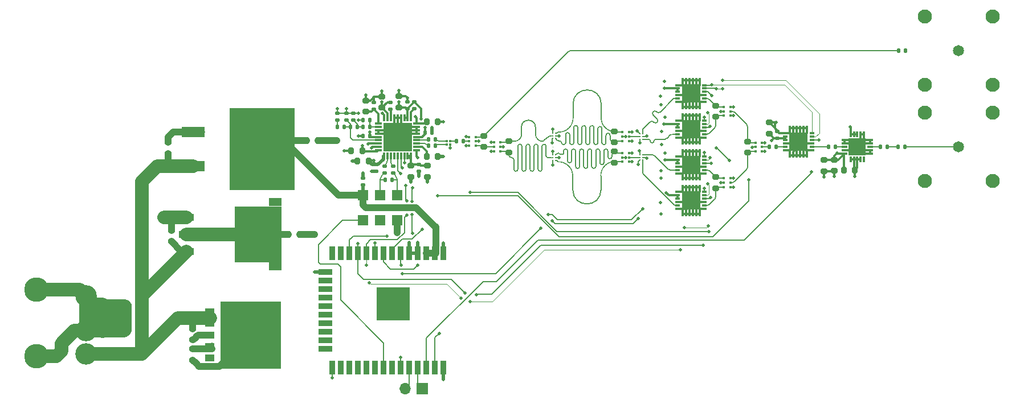
<source format=gbr>
%TF.GenerationSoftware,KiCad,Pcbnew,(6.0.9)*%
%TF.CreationDate,2022-11-10T01:17:40-05:00*%
%TF.ProjectId,5GHzPhaseShifter,3547487a-5068-4617-9365-536869667465,rev?*%
%TF.SameCoordinates,Original*%
%TF.FileFunction,Copper,L1,Top*%
%TF.FilePolarity,Positive*%
%FSLAX46Y46*%
G04 Gerber Fmt 4.6, Leading zero omitted, Abs format (unit mm)*
G04 Created by KiCad (PCBNEW (6.0.9)) date 2022-11-10 01:17:40*
%MOMM*%
%LPD*%
G01*
G04 APERTURE LIST*
G04 Aperture macros list*
%AMRoundRect*
0 Rectangle with rounded corners*
0 $1 Rounding radius*
0 $2 $3 $4 $5 $6 $7 $8 $9 X,Y pos of 4 corners*
0 Add a 4 corners polygon primitive as box body*
4,1,4,$2,$3,$4,$5,$6,$7,$8,$9,$2,$3,0*
0 Add four circle primitives for the rounded corners*
1,1,$1+$1,$2,$3*
1,1,$1+$1,$4,$5*
1,1,$1+$1,$6,$7*
1,1,$1+$1,$8,$9*
0 Add four rect primitives between the rounded corners*
20,1,$1+$1,$2,$3,$4,$5,0*
20,1,$1+$1,$4,$5,$6,$7,0*
20,1,$1+$1,$6,$7,$8,$9,0*
20,1,$1+$1,$8,$9,$2,$3,0*%
%AMFreePoly0*
4,1,38,2.141972,2.141972,2.163500,2.090000,2.147795,1.829795,2.100910,1.573368,2.023525,1.324442,1.916762,1.086629,1.782173,0.863383,1.621711,0.657944,1.437706,0.473296,1.232828,0.312118,1.010053,0.176751,0.772615,0.069159,0.523960,-0.009095,0.267698,-0.056874,0.073500,-0.069275,0.073500,-0.073500,-0.073500,-0.073500,-0.073500,0.073500,0.007005,0.073500,0.007036,0.073513,
0.007068,0.073500,0.069669,0.073500,0.270178,0.087316,0.528702,0.139560,0.778220,0.225030,1.014482,0.342268,1.233462,0.489278,1.431431,0.663555,1.605017,0.862131,1.751261,1.081623,1.867674,1.318292,1.952273,1.568107,2.003615,1.826812,2.020237,2.080978,2.016500,2.090000,2.038028,2.141972,2.090000,2.163500,2.141972,2.141972,2.141972,2.141972,$1*%
%AMFreePoly1*
4,1,38,2.138326,2.141969,2.159854,2.089997,2.144149,1.829792,2.097264,1.573365,2.019879,1.324439,1.913116,1.086626,1.778527,0.863380,1.618065,0.657941,1.434060,0.473293,1.229182,0.312115,1.006407,0.176748,0.768969,0.069156,0.520314,-0.009098,0.264052,-0.056877,0.073500,-0.069046,0.073500,-0.073500,-0.073500,-0.073500,-0.073500,0.073500,0.003366,0.073500,0.003390,0.073510,
0.003414,0.073500,0.066066,0.073500,0.266532,0.087313,0.525056,0.139557,0.774574,0.225027,1.010836,0.342265,1.229816,0.489275,1.427785,0.663552,1.601371,0.862128,1.747615,1.081620,1.864028,1.318289,1.948627,1.568104,1.999969,1.826809,2.016591,2.080975,2.012854,2.089997,2.034382,2.141969,2.086354,2.163497,2.138326,2.141969,2.138326,2.141969,$1*%
%AMFreePoly2*
4,1,28,1.096848,1.102096,1.118500,1.050175,1.101933,0.855475,1.051809,0.666610,0.969651,0.489318,0.857955,0.328985,0.720114,0.190485,0.560316,0.078024,0.383418,-0.004979,0.194794,-0.056004,0.073500,-0.066908,0.073500,-0.073500,-0.073500,-0.073500,-0.073500,0.073500,0.041219,0.073500,0.169577,0.085039,0.334093,0.129542,0.488381,0.201936,0.627754,0.300023,0.747977,0.420821,
0.845397,0.560661,0.917055,0.715293,0.960772,0.880019,0.974589,1.042417,0.971500,1.049825,0.992904,1.101848,1.044825,1.123500,1.096848,1.102096,1.096848,1.102096,$1*%
G04 Aperture macros list end*
%TA.AperFunction,EtchedComponent*%
%ADD10C,0.147000*%
%TD*%
%TA.AperFunction,SMDPad,CuDef*%
%ADD11RoundRect,0.200000X0.275000X-0.200000X0.275000X0.200000X-0.275000X0.200000X-0.275000X-0.200000X0*%
%TD*%
%TA.AperFunction,SMDPad,CuDef*%
%ADD12RoundRect,0.135000X0.185000X-0.135000X0.185000X0.135000X-0.185000X0.135000X-0.185000X-0.135000X0*%
%TD*%
%TA.AperFunction,SMDPad,CuDef*%
%ADD13RoundRect,0.135000X0.135000X0.185000X-0.135000X0.185000X-0.135000X-0.185000X0.135000X-0.185000X0*%
%TD*%
%TA.AperFunction,SMDPad,CuDef*%
%ADD14R,2.160000X1.070000*%
%TD*%
%TA.AperFunction,SMDPad,CuDef*%
%ADD15R,7.000000X8.330000*%
%TD*%
%TA.AperFunction,SMDPad,CuDef*%
%ADD16R,1.910000X1.235000*%
%TD*%
%TA.AperFunction,SMDPad,CuDef*%
%ADD17RoundRect,0.135000X-0.135000X-0.185000X0.135000X-0.185000X0.135000X0.185000X-0.135000X0.185000X0*%
%TD*%
%TA.AperFunction,SMDPad,CuDef*%
%ADD18FreePoly0,180.000000*%
%TD*%
%TA.AperFunction,SMDPad,CuDef*%
%ADD19FreePoly1,90.000000*%
%TD*%
%TA.AperFunction,SMDPad,CuDef*%
%ADD20R,0.800000X0.300000*%
%TD*%
%TA.AperFunction,SMDPad,CuDef*%
%ADD21R,0.300000X0.800000*%
%TD*%
%TA.AperFunction,SMDPad,CuDef*%
%ADD22R,2.750000X2.750000*%
%TD*%
%TA.AperFunction,SMDPad,CuDef*%
%ADD23R,0.330000X0.410000*%
%TD*%
%TA.AperFunction,SMDPad,CuDef*%
%ADD24R,1.600000X1.600000*%
%TD*%
%TA.AperFunction,ComponentPad*%
%ADD25C,1.650000*%
%TD*%
%TA.AperFunction,ComponentPad*%
%ADD26C,2.100000*%
%TD*%
%TA.AperFunction,SMDPad,CuDef*%
%ADD27RoundRect,0.200000X-0.200000X-0.275000X0.200000X-0.275000X0.200000X0.275000X-0.200000X0.275000X0*%
%TD*%
%TA.AperFunction,SMDPad,CuDef*%
%ADD28RoundRect,0.200000X-0.275000X0.200000X-0.275000X-0.200000X0.275000X-0.200000X0.275000X0.200000X0*%
%TD*%
%TA.AperFunction,SMDPad,CuDef*%
%ADD29R,0.300000X1.100000*%
%TD*%
%TA.AperFunction,SMDPad,CuDef*%
%ADD30R,1.100000X0.300000*%
%TD*%
%TA.AperFunction,SMDPad,CuDef*%
%ADD31R,4.250000X4.250000*%
%TD*%
%TA.AperFunction,SMDPad,CuDef*%
%ADD32RoundRect,0.135000X-0.185000X0.135000X-0.185000X-0.135000X0.185000X-0.135000X0.185000X0.135000X0*%
%TD*%
%TA.AperFunction,SMDPad,CuDef*%
%ADD33R,0.250000X0.250000*%
%TD*%
%TA.AperFunction,SMDPad,CuDef*%
%ADD34R,0.950000X0.300000*%
%TD*%
%TA.AperFunction,SMDPad,CuDef*%
%ADD35R,0.300000X0.950000*%
%TD*%
%TA.AperFunction,SMDPad,CuDef*%
%ADD36R,2.500000X2.500000*%
%TD*%
%TA.AperFunction,SMDPad,CuDef*%
%ADD37RoundRect,0.200000X0.200000X0.275000X-0.200000X0.275000X-0.200000X-0.275000X0.200000X-0.275000X0*%
%TD*%
%TA.AperFunction,SMDPad,CuDef*%
%ADD38R,1.370000X1.070000*%
%TD*%
%TA.AperFunction,SMDPad,CuDef*%
%ADD39R,9.000000X10.000000*%
%TD*%
%TA.AperFunction,SMDPad,CuDef*%
%ADD40FreePoly0,0.000000*%
%TD*%
%TA.AperFunction,SMDPad,CuDef*%
%ADD41FreePoly1,270.000000*%
%TD*%
%TA.AperFunction,ComponentPad*%
%ADD42R,1.700000X1.700000*%
%TD*%
%TA.AperFunction,ComponentPad*%
%ADD43O,1.700000X1.700000*%
%TD*%
%TA.AperFunction,SMDPad,CuDef*%
%ADD44FreePoly2,0.000000*%
%TD*%
%TA.AperFunction,SMDPad,CuDef*%
%ADD45FreePoly2,270.000000*%
%TD*%
%TA.AperFunction,SMDPad,CuDef*%
%ADD46R,0.900000X2.000000*%
%TD*%
%TA.AperFunction,SMDPad,CuDef*%
%ADD47R,2.000000X0.900000*%
%TD*%
%TA.AperFunction,SMDPad,CuDef*%
%ADD48R,5.000000X5.000000*%
%TD*%
%TA.AperFunction,SMDPad,CuDef*%
%ADD49R,0.300000X0.350000*%
%TD*%
%TA.AperFunction,ComponentPad*%
%ADD50C,3.200000*%
%TD*%
%TA.AperFunction,ComponentPad*%
%ADD51C,3.653000*%
%TD*%
%TA.AperFunction,SMDPad,CuDef*%
%ADD52R,3.500000X1.600000*%
%TD*%
%TA.AperFunction,SMDPad,CuDef*%
%ADD53R,9.750000X12.200000*%
%TD*%
%TA.AperFunction,ViaPad*%
%ADD54C,0.460000*%
%TD*%
%TA.AperFunction,Conductor*%
%ADD55C,0.147000*%
%TD*%
%TA.AperFunction,Conductor*%
%ADD56C,0.100000*%
%TD*%
%TA.AperFunction,Conductor*%
%ADD57C,0.300000*%
%TD*%
%TA.AperFunction,Conductor*%
%ADD58C,2.000000*%
%TD*%
%TA.AperFunction,Conductor*%
%ADD59C,0.500000*%
%TD*%
%TA.AperFunction,Conductor*%
%ADD60C,1.000000*%
%TD*%
%TA.AperFunction,Conductor*%
%ADD61C,0.200000*%
%TD*%
G04 APERTURE END LIST*
D10*
%TO.C,U4*%
X154548000Y-113233200D02*
X154548000Y-115323200D01*
X150368000Y-115323200D02*
X150368000Y-113233200D01*
X150368000Y-115323200D02*
G75*
G03*
X154548000Y-115323200I2090000J0D01*
G01*
%TO.C,U5*%
X154584400Y-102550800D02*
X154584400Y-104640800D01*
X150404400Y-104640800D02*
X150404400Y-102550800D01*
X154584400Y-102550800D02*
G75*
G03*
X150404400Y-102550800I-2090000J0D01*
G01*
%TO.C,U3*%
X144816200Y-107052400D02*
X144816200Y-106007400D01*
X142726200Y-107052400D02*
X142726200Y-106007400D01*
X144816200Y-106007400D02*
G75*
G03*
X142726200Y-106007400I-1045000J0D01*
G01*
%TD*%
D11*
%TO.P,R6,1*%
%TO.N,Net-(IC2-Pad5)*%
X140868400Y-109740200D03*
%TO.P,R6,2*%
%TO.N,Net-(R6-Pad2)*%
X140868400Y-108090200D03*
%TD*%
D12*
%TO.P,C22,1*%
%TO.N,/REFCLK_N*%
X122370000Y-112778000D03*
%TO.P,C22,2*%
%TO.N,Net-(C22-Pad2)*%
X122370000Y-111758000D03*
%TD*%
D13*
%TO.P,C42,1*%
%TO.N,Net-(C42-Pad1)*%
X197106000Y-108915200D03*
%TO.P,C42,2*%
%TO.N,Net-(C42-Pad2)*%
X196086000Y-108915200D03*
%TD*%
D11*
%TO.P,C41,1*%
%TO.N,GND*%
X187706000Y-112534200D03*
%TO.P,C41,2*%
%TO.N,/3V3*%
X187706000Y-110884200D03*
%TD*%
D14*
%TO.P,IC7,1,ADJ/GND*%
%TO.N,GND*%
X92971000Y-119380000D03*
%TO.P,IC7,2,OUTPUT*%
%TO.N,/5V*%
X92971000Y-121920000D03*
%TO.P,IC7,3,INPUT*%
%TO.N,/12V*%
X92971000Y-124460000D03*
D15*
%TO.P,IC7,4,TAB_(VOUT)*%
%TO.N,/5V*%
X103641000Y-121920000D03*
D16*
%TO.P,IC7,5*%
%TO.N,N/C*%
X106186000Y-126702500D03*
%TO.P,IC7,6*%
X106186000Y-117137500D03*
%TD*%
D17*
%TO.P,R12,1*%
%TO.N,Net-(C42-Pad1)*%
X198676800Y-108915200D03*
%TO.P,R12,2*%
%TO.N,Net-(J1-Pad1)*%
X199696800Y-108915200D03*
%TD*%
D18*
%TO.P,U4,1*%
%TO.N,Net-(R7-Pad2)*%
X156638000Y-111143200D03*
D19*
%TO.P,U4,2*%
%TO.N,Net-(IC2-Pad1)*%
X150368000Y-113233200D03*
%TD*%
D12*
%TO.P,C12,1*%
%TO.N,Net-(C12-Pad1)*%
X117754400Y-104954800D03*
%TO.P,C12,2*%
%TO.N,GND*%
X117754400Y-103934800D03*
%TD*%
D20*
%TO.P,AT3,1,C0.25*%
%TO.N,GND*%
X165944800Y-105023600D03*
%TO.P,AT3,2,VDD*%
%TO.N,/3V3*%
X165944800Y-105523600D03*
%TO.P,AT3,3,PBAR/S*%
X165944800Y-106023600D03*
%TO.P,AT3,4,GND_1*%
%TO.N,GND*%
X165944800Y-106523600D03*
%TO.P,AT3,5,RFIN*%
%TO.N,Net-(AT3-Pad5)*%
X165944800Y-107023600D03*
%TO.P,AT3,6,GND_2*%
%TO.N,GND*%
X165944800Y-107523600D03*
D21*
%TO.P,AT3,7,GND_3*%
X166694800Y-108273600D03*
%TO.P,AT3,8,GND_4*%
X167194800Y-108273600D03*
%TO.P,AT3,9,GND_5*%
X167694800Y-108273600D03*
%TO.P,AT3,10,GND_6*%
X168194800Y-108273600D03*
%TO.P,AT3,11,GND_7*%
X168694800Y-108273600D03*
%TO.P,AT3,12,GND_8*%
X169194800Y-108273600D03*
D20*
%TO.P,AT3,13,GND_9*%
X169944800Y-107523600D03*
%TO.P,AT3,14,RFOUT*%
%TO.N,Net-(AT3-Pad14)*%
X169944800Y-107023600D03*
%TO.P,AT3,15,GND_10*%
%TO.N,GND*%
X169944800Y-106523600D03*
%TO.P,AT3,16,LE*%
%TO.N,/LE2*%
X169944800Y-106023600D03*
%TO.P,AT3,17,CLK*%
%TO.N,/SCLK*%
X169944800Y-105523600D03*
%TO.P,AT3,18,SI*%
%TO.N,/MOSI*%
X169944800Y-105023600D03*
D21*
%TO.P,AT3,19,C16*%
%TO.N,GND*%
X169194800Y-104273600D03*
%TO.P,AT3,20,C8*%
X168694800Y-104273600D03*
%TO.P,AT3,21,C4*%
X168194800Y-104273600D03*
%TO.P,AT3,22,C2*%
X167694800Y-104273600D03*
%TO.P,AT3,23,C1*%
X167194800Y-104273600D03*
%TO.P,AT3,24,C0.5*%
X166694800Y-104273600D03*
D22*
%TO.P,AT3,25,EP*%
X167944800Y-106273600D03*
%TD*%
D23*
%TO.P,U7,2,Input*%
%TO.N,Net-(IC4-Pad5)*%
X158737000Y-107391200D03*
%TO.P,U7,4,Output1*%
%TO.N,Net-(U5-Pad2)*%
X157747000Y-106741200D03*
%TO.P,U7,5,GND*%
%TO.N,GND*%
X157747000Y-107391200D03*
X158737000Y-108041200D03*
X158737000Y-106741200D03*
%TO.P,U7,6,Output2*%
%TO.N,Net-(IC3-Pad1)*%
X157747000Y-108041200D03*
%TD*%
D11*
%TO.P,C1,1*%
%TO.N,Net-(C1-Pad1)*%
X122021600Y-103085400D03*
%TO.P,C1,2*%
%TO.N,GND*%
X122021600Y-101435400D03*
%TD*%
D24*
%TO.P,Y1,1,VC/OE/~{ST}*%
%TO.N,/REF_EN*%
X119195000Y-119883000D03*
%TO.P,Y1,2,NC*%
%TO.N,unconnected-(Y1-Pad2)*%
X121735000Y-119883000D03*
%TO.P,Y1,3,GND*%
%TO.N,GND*%
X124275000Y-119883000D03*
%TO.P,Y1,4,OUT+*%
%TO.N,/REFCLK_P*%
X124275000Y-116083000D03*
%TO.P,Y1,5,OUT-*%
%TO.N,/REFCLK_N*%
X121735000Y-116083000D03*
%TO.P,Y1,6,VDD*%
%TO.N,/3V3*%
X119195000Y-116083000D03*
%TD*%
D25*
%TO.P,J2,1,1*%
%TO.N,Net-(J2-Pad1)*%
X207695800Y-94615000D03*
D26*
%TO.P,J2,2,2*%
%TO.N,GND*%
X202645800Y-99665000D03*
%TO.P,J2,3,3*%
X202645800Y-89565000D03*
%TO.P,J2,4,4*%
X212745800Y-99665000D03*
%TO.P,J2,5,5*%
X212745800Y-89565000D03*
%TD*%
D11*
%TO.P,R9,1*%
%TO.N,Net-(AT3-Pad14)*%
X171602400Y-104457000D03*
%TO.P,R9,2*%
%TO.N,Net-(R9-Pad2)*%
X171602400Y-102807000D03*
%TD*%
D20*
%TO.P,AT1,1,C0.25*%
%TO.N,GND*%
X165944800Y-110357600D03*
%TO.P,AT1,2,VDD*%
%TO.N,/3V3*%
X165944800Y-110857600D03*
%TO.P,AT1,3,PBAR/S*%
X165944800Y-111357600D03*
%TO.P,AT1,4,GND_1*%
%TO.N,GND*%
X165944800Y-111857600D03*
%TO.P,AT1,5,RFIN*%
%TO.N,Net-(AT1-Pad5)*%
X165944800Y-112357600D03*
%TO.P,AT1,6,GND_2*%
%TO.N,GND*%
X165944800Y-112857600D03*
D21*
%TO.P,AT1,7,GND_3*%
X166694800Y-113607600D03*
%TO.P,AT1,8,GND_4*%
X167194800Y-113607600D03*
%TO.P,AT1,9,GND_5*%
X167694800Y-113607600D03*
%TO.P,AT1,10,GND_6*%
X168194800Y-113607600D03*
%TO.P,AT1,11,GND_7*%
X168694800Y-113607600D03*
%TO.P,AT1,12,GND_8*%
X169194800Y-113607600D03*
D20*
%TO.P,AT1,13,GND_9*%
X169944800Y-112857600D03*
%TO.P,AT1,14,RFOUT*%
%TO.N,Net-(R10-Pad2)*%
X169944800Y-112357600D03*
%TO.P,AT1,15,GND_10*%
%TO.N,GND*%
X169944800Y-111857600D03*
%TO.P,AT1,16,LE*%
%TO.N,/LE*%
X169944800Y-111357600D03*
%TO.P,AT1,17,CLK*%
%TO.N,/SCLK*%
X169944800Y-110857600D03*
%TO.P,AT1,18,SI*%
%TO.N,/MOSI*%
X169944800Y-110357600D03*
D21*
%TO.P,AT1,19,C16*%
%TO.N,GND*%
X169194800Y-109607600D03*
%TO.P,AT1,20,C8*%
X168694800Y-109607600D03*
%TO.P,AT1,21,C4*%
X168194800Y-109607600D03*
%TO.P,AT1,22,C2*%
X167694800Y-109607600D03*
%TO.P,AT1,23,C1*%
X167194800Y-109607600D03*
%TO.P,AT1,24,C0.5*%
X166694800Y-109607600D03*
D22*
%TO.P,AT1,25,EP*%
X167944800Y-111607600D03*
%TD*%
D12*
%TO.P,C2,1*%
%TO.N,Net-(C2-Pad1)*%
X125780800Y-103278400D03*
%TO.P,C2,2*%
%TO.N,GND*%
X125780800Y-102258400D03*
%TD*%
%TO.P,R3,1*%
%TO.N,Net-(C10-Pad1)*%
X115366800Y-104954800D03*
%TO.P,R3,2*%
%TO.N,GND*%
X115366800Y-103934800D03*
%TD*%
D13*
%TO.P,C37,1*%
%TO.N,Net-(AT5-Pad5)*%
X180545200Y-108915200D03*
%TO.P,C37,2*%
%TO.N,Net-(C37-Pad2)*%
X179525200Y-108915200D03*
%TD*%
D27*
%TO.P,C43,1*%
%TO.N,/5V*%
X108102400Y-121920000D03*
%TO.P,C43,2*%
%TO.N,GND*%
X109752400Y-121920000D03*
%TD*%
D11*
%TO.P,R10,1*%
%TO.N,Net-(R10-Pad1)*%
X171602400Y-115074200D03*
%TO.P,R10,2*%
%TO.N,Net-(R10-Pad2)*%
X171602400Y-113424200D03*
%TD*%
D28*
%TO.P,C44,1*%
%TO.N,/1V8*%
X93878400Y-138976600D03*
%TO.P,C44,2*%
%TO.N,GND*%
X93878400Y-140626600D03*
%TD*%
D17*
%TO.P,C10,1*%
%TO.N,Net-(C10-Pad1)*%
X115364800Y-105918000D03*
%TO.P,C10,2*%
%TO.N,Net-(C10-Pad2)*%
X116384800Y-105918000D03*
%TD*%
D23*
%TO.P,U2,2,Input*%
%TO.N,/5.0625_SPLIT1*%
X138646200Y-108915200D03*
%TO.P,U2,4,Output1*%
%TO.N,Net-(IC2-Pad5)*%
X139636200Y-109565200D03*
%TO.P,U2,5,GND*%
%TO.N,GND*%
X138646200Y-108265200D03*
X139636200Y-108915200D03*
X138646200Y-109565200D03*
%TO.P,U2,6,Output2*%
%TO.N,Net-(R6-Pad2)*%
X139636200Y-108265200D03*
%TD*%
D11*
%TO.P,R11,1*%
%TO.N,Net-(R11-Pad1)*%
X176326800Y-109765600D03*
%TO.P,R11,2*%
%TO.N,Net-(R11-Pad2)*%
X176326800Y-108115600D03*
%TD*%
D13*
%TO.P,C38,1*%
%TO.N,Net-(C38-Pad1)*%
X189384400Y-108915200D03*
%TO.P,C38,2*%
%TO.N,Net-(AT5-Pad14)*%
X188364400Y-108915200D03*
%TD*%
D29*
%TO.P,IC1,1,CBYP_4V5*%
%TO.N,Net-(C5-Pad2)*%
X126333000Y-104592000D03*
%TO.P,IC1,2,VREG_4V5*%
%TO.N,Net-(C2-Pad1)*%
X125833000Y-104592000D03*
%TO.P,IC1,3,VCC_VCO_CORE*%
X125333000Y-104592000D03*
%TO.P,IC1,4,HW_PD*%
%TO.N,GND*%
X124833000Y-104592000D03*
%TO.P,IC1,5,PDRF1*%
X124333000Y-104592000D03*
%TO.P,IC1,6,PDRF2/FL_SW*%
X123833000Y-104592000D03*
%TO.P,IC1,7,CBYP*%
%TO.N,Net-(C4-Pad2)*%
X123333000Y-104592000D03*
%TO.P,IC1,8,VREG_VCO*%
%TO.N,Net-(C1-Pad1)*%
X122833000Y-104592000D03*
%TO.P,IC1,9,VIN_LDO_VCO*%
%TO.N,/5V*%
X122333000Y-104592000D03*
D30*
%TO.P,IC1,10,VR*%
%TO.N,Net-(C6-Pad1)*%
X121483000Y-105442000D03*
%TO.P,IC1,11,VCTRL*%
%TO.N,Net-(C11-Pad1)*%
X121483000Y-105942000D03*
%TO.P,IC1,12,EXTVCO_INP*%
%TO.N,GND*%
X121483000Y-106442000D03*
%TO.P,IC1,13,EXTVCO_INN*%
X121483000Y-106942000D03*
%TO.P,IC1,14,VDD_CP*%
%TO.N,Net-(C1-Pad1)*%
X121483000Y-107442000D03*
%TO.P,IC1,15,ICP*%
%TO.N,Net-(C10-Pad2)*%
X121483000Y-107942000D03*
%TO.P,IC1,16,VCC_CPOUT*%
%TO.N,Net-(C2-Pad1)*%
X121483000Y-108442000D03*
%TO.P,IC1,17,VDD_PFD*%
%TO.N,Net-(C17-Pad1)*%
X121483000Y-108942000D03*
%TO.P,IC1,18,VIN_LDO_REF*%
%TO.N,/5V*%
X121483000Y-109442000D03*
D29*
%TO.P,IC1,19,VREG_REF*%
%TO.N,Net-(C17-Pad1)*%
X122333000Y-110292000D03*
%TO.P,IC1,20,REF_CLKN*%
%TO.N,Net-(C22-Pad2)*%
X122833000Y-110292000D03*
%TO.P,IC1,21,REF_CLKP*%
%TO.N,Net-(C21-Pad1)*%
X123333000Y-110292000D03*
%TO.P,IC1,22,LD_SDO*%
%TO.N,unconnected-(IC1-Pad22)*%
X123833000Y-110292000D03*
%TO.P,IC1,23,SDI*%
%TO.N,/MOSI*%
X124333000Y-110292000D03*
%TO.P,IC1,24,SCK*%
%TO.N,/SCLK*%
X124833000Y-110292000D03*
%TO.P,IC1,25,LE*%
%TO.N,/LE_PLL*%
X125333000Y-110292000D03*
%TO.P,IC1,26,VDD_DSM_NDIV*%
%TO.N,Net-(C18-Pad1)*%
X125833000Y-110292000D03*
%TO.P,IC1,27,VREG_DIG*%
X126333000Y-110292000D03*
D30*
%TO.P,IC1,28,VIN_LDO_RF_DIG*%
%TO.N,/5V*%
X127183000Y-109442000D03*
%TO.P,IC1,29,VREG_RF*%
%TO.N,Net-(C16-Pad1)*%
X127183000Y-108942000D03*
%TO.P,IC1,30,RF1_OUTN*%
%TO.N,Net-(C15-Pad1)*%
X127183000Y-108442000D03*
%TO.P,IC1,31,RF1_OUTP*%
%TO.N,Net-(C14-Pad1)*%
X127183000Y-107942000D03*
%TO.P,IC1,32,VCC_RFOUT*%
%TO.N,Net-(C2-Pad1)*%
X127183000Y-107442000D03*
%TO.P,IC1,33,RF2_OUTN*%
%TO.N,GND*%
X127183000Y-106942000D03*
%TO.P,IC1,34,RF2_OUTP*%
X127183000Y-106442000D03*
%TO.P,IC1,35,TEST_SE*%
X127183000Y-105942000D03*
%TO.P,IC1,36,VIN_LDO_4V5*%
%TO.N,/5V*%
X127183000Y-105442000D03*
D31*
%TO.P,IC1,37,EP*%
%TO.N,GND*%
X124333000Y-107442000D03*
%TD*%
D13*
%TO.P,R1,1*%
%TO.N,Net-(C11-Pad1)*%
X120194800Y-105918000D03*
%TO.P,R1,2*%
%TO.N,Net-(C12-Pad1)*%
X119174800Y-105918000D03*
%TD*%
D11*
%TO.P,R5,1*%
%TO.N,/5.0625_SPLIT1*%
X137160000Y-108927400D03*
%TO.P,R5,2*%
%TO.N,/5.0625_REF*%
X137160000Y-107277400D03*
%TD*%
D27*
%TO.P,C16,1*%
%TO.N,Net-(C16-Pad1)*%
X128664200Y-110337600D03*
%TO.P,C16,2*%
%TO.N,GND*%
X130314200Y-110337600D03*
%TD*%
D13*
%TO.P,C26,1*%
%TO.N,/5.0625GHz*%
X134056000Y-108077000D03*
%TO.P,C26,2*%
%TO.N,Net-(C26-Pad2)*%
X133036000Y-108077000D03*
%TD*%
D32*
%TO.P,C18,1*%
%TO.N,Net-(C18-Pad1)*%
X127508000Y-111504000D03*
%TO.P,C18,2*%
%TO.N,GND*%
X127508000Y-112524000D03*
%TD*%
D28*
%TO.P,C23,1*%
%TO.N,Net-(C18-Pad1)*%
X126288800Y-111747800D03*
%TO.P,C23,2*%
%TO.N,GND*%
X126288800Y-113397800D03*
%TD*%
%TO.P,C46,1*%
%TO.N,/12V*%
X93878400Y-135979400D03*
%TO.P,C46,2*%
%TO.N,GND*%
X93878400Y-137629400D03*
%TD*%
D13*
%TO.P,R4,1*%
%TO.N,/REFCLK_P*%
X123515000Y-113792000D03*
%TO.P,R4,2*%
%TO.N,/REFCLK_N*%
X122495000Y-113792000D03*
%TD*%
D17*
%TO.P,C9,1*%
%TO.N,Net-(C2-Pad1)*%
X128420400Y-106781600D03*
%TO.P,C9,2*%
%TO.N,GND*%
X129440400Y-106781600D03*
%TD*%
D12*
%TO.P,C7,1*%
%TO.N,Net-(C6-Pad1)*%
X120802400Y-103329200D03*
%TO.P,C7,2*%
%TO.N,GND*%
X120802400Y-102309200D03*
%TD*%
D20*
%TO.P,AT4,1,GND_1*%
%TO.N,GND*%
X165944800Y-99740400D03*
%TO.P,AT4,2,VDD*%
%TO.N,/3V3*%
X165944800Y-100240400D03*
%TO.P,AT4,3,P/S*%
X165944800Y-100740400D03*
%TO.P,AT4,4,GND_2*%
%TO.N,GND*%
X165944800Y-101240400D03*
%TO.P,AT4,5,RF1*%
%TO.N,Net-(AT4-Pad5)*%
X165944800Y-101740400D03*
%TO.P,AT4,6,GND_3*%
%TO.N,GND*%
X165944800Y-102240400D03*
D21*
%TO.P,AT4,7,GND_4*%
X166694800Y-102990400D03*
%TO.P,AT4,8,GND_5*%
X167194800Y-102990400D03*
%TO.P,AT4,9,GND_6*%
X167694800Y-102990400D03*
%TO.P,AT4,10,GND_7*%
X168194800Y-102990400D03*
%TO.P,AT4,11,GND_8*%
X168694800Y-102990400D03*
%TO.P,AT4,12,GND_9*%
X169194800Y-102990400D03*
D20*
%TO.P,AT4,13,GND_10*%
X169944800Y-102240400D03*
%TO.P,AT4,14,RF2*%
%TO.N,Net-(R9-Pad2)*%
X169944800Y-101740400D03*
%TO.P,AT4,15,GND_11*%
%TO.N,GND*%
X169944800Y-101240400D03*
%TO.P,AT4,16,LE*%
%TO.N,/LE2*%
X169944800Y-100740400D03*
%TO.P,AT4,17,CLK*%
%TO.N,/SCLK*%
X169944800Y-100240400D03*
%TO.P,AT4,18,SI*%
%TO.N,/MOSI*%
X169944800Y-99740400D03*
D21*
%TO.P,AT4,19,GND_12*%
%TO.N,GND*%
X169194800Y-98990400D03*
%TO.P,AT4,20,C8*%
X168694800Y-98990400D03*
%TO.P,AT4,21,C4*%
X168194800Y-98990400D03*
%TO.P,AT4,22,C2*%
X167694800Y-98990400D03*
%TO.P,AT4,23,C1*%
X167194800Y-98990400D03*
%TO.P,AT4,24,C0.5*%
X166694800Y-98990400D03*
D22*
%TO.P,AT4,25,GND_13*%
X167944800Y-100990400D03*
%TD*%
D17*
%TO.P,C15,1*%
%TO.N,Net-(C15-Pad1)*%
X128928400Y-108762800D03*
%TO.P,C15,2*%
%TO.N,Net-(C15-Pad2)*%
X129948400Y-108762800D03*
%TD*%
D12*
%TO.P,C35,1*%
%TO.N,/3V3*%
X180746400Y-107647200D03*
%TO.P,C35,2*%
%TO.N,GND*%
X180746400Y-106627200D03*
%TD*%
D17*
%TO.P,C14,1*%
%TO.N,Net-(C14-Pad1)*%
X128928400Y-107797600D03*
%TO.P,C14,2*%
%TO.N,Net-(C14-Pad2)*%
X129948400Y-107797600D03*
%TD*%
D25*
%TO.P,J1,1,1*%
%TO.N,Net-(J1-Pad1)*%
X207707600Y-108915200D03*
D26*
%TO.P,J1,2,2*%
%TO.N,GND*%
X202657600Y-113965200D03*
%TO.P,J1,3,3*%
X202657600Y-103865200D03*
%TO.P,J1,4,4*%
X212757600Y-113965200D03*
%TO.P,J1,5,5*%
X212757600Y-103865200D03*
%TD*%
D27*
%TO.P,C39,1*%
%TO.N,/3V3*%
X190640200Y-112369600D03*
%TO.P,C39,2*%
%TO.N,GND*%
X192290200Y-112369600D03*
%TD*%
D32*
%TO.P,C20,1*%
%TO.N,Net-(C17-Pad1)*%
X121158000Y-111554800D03*
%TO.P,C20,2*%
%TO.N,GND*%
X121158000Y-112574800D03*
%TD*%
D33*
%TO.P,IC2,1,RF2*%
%TO.N,Net-(IC2-Pad1)*%
X147774000Y-110940800D03*
%TO.P,IC2,2,GND*%
%TO.N,GND*%
X147774000Y-110540800D03*
%TO.P,IC2,3,RF1*%
%TO.N,Net-(IC2-Pad3)*%
X147774000Y-110140800D03*
%TO.P,IC2,4,VDD*%
%TO.N,/1V8*%
X147374000Y-110140800D03*
%TO.P,IC2,5,RFIN*%
%TO.N,Net-(IC2-Pad5)*%
X147374000Y-110540800D03*
%TO.P,IC2,6,CTRL*%
%TO.N,/CTRL_180*%
X147374000Y-110940800D03*
%TD*%
D11*
%TO.P,C36,1*%
%TO.N,/3V3*%
X179527200Y-106946200D03*
%TO.P,C36,2*%
%TO.N,GND*%
X179527200Y-105296200D03*
%TD*%
D20*
%TO.P,AT5,1,C0.25*%
%TO.N,GND*%
X181896000Y-106903200D03*
%TO.P,AT5,2,VDD*%
%TO.N,/3V3*%
X181896000Y-107403200D03*
%TO.P,AT5,3,PBAR/S*%
X181896000Y-107903200D03*
%TO.P,AT5,4,GND_1*%
%TO.N,GND*%
X181896000Y-108403200D03*
%TO.P,AT5,5,RFIN*%
%TO.N,Net-(AT5-Pad5)*%
X181896000Y-108903200D03*
%TO.P,AT5,6,GND_2*%
%TO.N,GND*%
X181896000Y-109403200D03*
D21*
%TO.P,AT5,7,GND_3*%
X182646000Y-110153200D03*
%TO.P,AT5,8,GND_4*%
X183146000Y-110153200D03*
%TO.P,AT5,9,GND_5*%
X183646000Y-110153200D03*
%TO.P,AT5,10,GND_6*%
X184146000Y-110153200D03*
%TO.P,AT5,11,GND_7*%
X184646000Y-110153200D03*
%TO.P,AT5,12,GND_8*%
X185146000Y-110153200D03*
D20*
%TO.P,AT5,13,GND_9*%
X185896000Y-109403200D03*
%TO.P,AT5,14,RFOUT*%
%TO.N,Net-(AT5-Pad14)*%
X185896000Y-108903200D03*
%TO.P,AT5,15,GND_10*%
%TO.N,GND*%
X185896000Y-108403200D03*
%TO.P,AT5,16,LE*%
%TO.N,/LE_FA*%
X185896000Y-107903200D03*
%TO.P,AT5,17,CLK*%
%TO.N,/SCLK*%
X185896000Y-107403200D03*
%TO.P,AT5,18,SI*%
%TO.N,/MOSI*%
X185896000Y-106903200D03*
D21*
%TO.P,AT5,19,C16*%
%TO.N,GND*%
X185146000Y-106153200D03*
%TO.P,AT5,20,C8*%
X184646000Y-106153200D03*
%TO.P,AT5,21,C4*%
X184146000Y-106153200D03*
%TO.P,AT5,22,C2*%
X183646000Y-106153200D03*
%TO.P,AT5,23,C1*%
X183146000Y-106153200D03*
%TO.P,AT5,24,C0.5*%
X182646000Y-106153200D03*
D22*
%TO.P,AT5,25,EP*%
X183896000Y-108153200D03*
%TD*%
D23*
%TO.P,U8,2,Input*%
%TO.N,Net-(R11-Pad2)*%
X173773800Y-103632000D03*
%TO.P,U8,4,Output1*%
%TO.N,Net-(R9-Pad2)*%
X172783800Y-102982000D03*
%TO.P,U8,5,GND*%
%TO.N,GND*%
X172783800Y-103632000D03*
X173773800Y-102982000D03*
X173773800Y-104282000D03*
%TO.P,U8,6,Output2*%
%TO.N,Net-(AT3-Pad14)*%
X172783800Y-104282000D03*
%TD*%
D33*
%TO.P,IC5,1,RF2*%
%TO.N,Net-(AT2-Pad5)*%
X160757000Y-110890000D03*
%TO.P,IC5,2,GND*%
%TO.N,GND*%
X160757000Y-110490000D03*
%TO.P,IC5,3,RF1*%
%TO.N,Net-(AT1-Pad5)*%
X160757000Y-110090000D03*
%TO.P,IC5,4,VDD*%
%TO.N,/1V8*%
X160357000Y-110090000D03*
%TO.P,IC5,5,RFIN*%
%TO.N,Net-(IC5-Pad5)*%
X160357000Y-110490000D03*
%TO.P,IC5,6,CTRL*%
%TO.N,/CTRL_F*%
X160357000Y-110890000D03*
%TD*%
D12*
%TO.P,C13,1*%
%TO.N,Net-(C10-Pad2)*%
X116738400Y-104954800D03*
%TO.P,C13,2*%
%TO.N,GND*%
X116738400Y-103934800D03*
%TD*%
D11*
%TO.P,C3,1*%
%TO.N,Net-(C2-Pad1)*%
X124510800Y-103034600D03*
%TO.P,C3,2*%
%TO.N,GND*%
X124510800Y-101384600D03*
%TD*%
D34*
%TO.P,IC6,1,NC_1*%
%TO.N,GND*%
X190733600Y-107915200D03*
%TO.P,IC6,2,GND_1*%
X190733600Y-108415200D03*
%TO.P,IC6,3,RFIN*%
%TO.N,Net-(C38-Pad1)*%
X190733600Y-108915200D03*
%TO.P,IC6,4,GND_2*%
%TO.N,GND*%
X190733600Y-109415200D03*
%TO.P,IC6,5,PA_EN*%
%TO.N,/3V3*%
X190733600Y-109915200D03*
D35*
%TO.P,IC6,6,NC_2*%
%TO.N,GND*%
X191633600Y-110815200D03*
%TO.P,IC6,7,NC_3*%
X192133600Y-110815200D03*
%TO.P,IC6,8,NC_4*%
X192633600Y-110815200D03*
%TO.P,IC6,9,NC_5*%
X193133600Y-110815200D03*
%TO.P,IC6,10,PDET*%
%TO.N,unconnected-(IC6-Pad10)*%
X193633600Y-110815200D03*
D34*
%TO.P,IC6,11,GND_3*%
%TO.N,GND*%
X194533600Y-109915200D03*
%TO.P,IC6,12,GND_4*%
X194533600Y-109415200D03*
%TO.P,IC6,13,RFOUT*%
%TO.N,Net-(C42-Pad2)*%
X194533600Y-108915200D03*
%TO.P,IC6,14,GND_5*%
%TO.N,GND*%
X194533600Y-108415200D03*
%TO.P,IC6,15,GND_6*%
X194533600Y-107915200D03*
D35*
%TO.P,IC6,16,GND_7*%
X193633600Y-107015200D03*
%TO.P,IC6,17,GND_8*%
X193133600Y-107015200D03*
%TO.P,IC6,18,VCC3*%
%TO.N,/3V3*%
X192633600Y-107015200D03*
%TO.P,IC6,19,VCC2*%
X192133600Y-107015200D03*
%TO.P,IC6,20,VCC1*%
X191633600Y-107015200D03*
D36*
%TO.P,IC6,21,EP*%
%TO.N,GND*%
X192633600Y-108915200D03*
%TD*%
D28*
%TO.P,C19,1*%
%TO.N,Net-(C18-Pad1)*%
X128727200Y-111747800D03*
%TO.P,C19,2*%
%TO.N,GND*%
X128727200Y-113397800D03*
%TD*%
D37*
%TO.P,C25,1*%
%TO.N,/5V*%
X119087400Y-109524800D03*
%TO.P,C25,2*%
%TO.N,GND*%
X117437400Y-109524800D03*
%TD*%
D23*
%TO.P,U6,2,Input*%
%TO.N,Net-(IC5-Pad5)*%
X158737000Y-110490000D03*
%TO.P,U6,4,Output1*%
%TO.N,Net-(IC2-Pad3)*%
X157747000Y-109840000D03*
%TO.P,U6,5,GND*%
%TO.N,GND*%
X158737000Y-109840000D03*
X157747000Y-110490000D03*
X158737000Y-111140000D03*
%TO.P,U6,6,Output2*%
%TO.N,Net-(R7-Pad2)*%
X157747000Y-111140000D03*
%TD*%
D27*
%TO.P,C48,1*%
%TO.N,/3V3*%
X110833400Y-107950000D03*
%TO.P,C48,2*%
%TO.N,GND*%
X112483400Y-107950000D03*
%TD*%
D11*
%TO.P,C6,1*%
%TO.N,Net-(C6-Pad1)*%
X119583200Y-103695000D03*
%TO.P,C6,2*%
%TO.N,GND*%
X119583200Y-102045000D03*
%TD*%
D38*
%TO.P,IC9,1,CTL*%
%TO.N,/12V*%
X96376000Y-133466000D03*
%TO.P,IC9,2,VCC*%
X96376000Y-135186000D03*
%TO.P,IC9,3,N.C./GND*%
%TO.N,GND*%
X96376000Y-136906000D03*
%TO.P,IC9,4,OUT*%
%TO.N,/1V8*%
X96376000Y-138626000D03*
%TO.P,IC9,5,N.C.*%
%TO.N,unconnected-(IC9-Pad5)*%
X96376000Y-140346000D03*
D39*
%TO.P,IC9,6,GND*%
%TO.N,GND*%
X102501000Y-136906000D03*
%TD*%
D33*
%TO.P,IC4,1,RF2*%
%TO.N,Net-(AT3-Pad5)*%
X160757000Y-107791200D03*
%TO.P,IC4,2,GND*%
%TO.N,GND*%
X160757000Y-107391200D03*
%TO.P,IC4,3,RF1*%
%TO.N,Net-(AT4-Pad5)*%
X160757000Y-106991200D03*
%TO.P,IC4,4,VDD*%
%TO.N,/1V8*%
X160357000Y-106991200D03*
%TO.P,IC4,5,RFIN*%
%TO.N,Net-(IC4-Pad5)*%
X160357000Y-107391200D03*
%TO.P,IC4,6,CTRL*%
%TO.N,/CTRL_90F*%
X160357000Y-107791200D03*
%TD*%
D40*
%TO.P,U5,1*%
%TO.N,Net-(IC3-Pad3)*%
X148314400Y-106730800D03*
D41*
%TO.P,U5,2*%
%TO.N,Net-(U5-Pad2)*%
X154584400Y-104640800D03*
%TD*%
D13*
%TO.P,C11,1*%
%TO.N,Net-(C11-Pad1)*%
X120194800Y-104902000D03*
%TO.P,C11,2*%
%TO.N,GND*%
X119174800Y-104902000D03*
%TD*%
%TO.P,C8,1*%
%TO.N,Net-(C1-Pad1)*%
X120194800Y-107340400D03*
%TO.P,C8,2*%
%TO.N,GND*%
X119174800Y-107340400D03*
%TD*%
%TO.P,R2,1*%
%TO.N,Net-(C12-Pad1)*%
X118315200Y-105918000D03*
%TO.P,R2,2*%
%TO.N,Net-(C10-Pad2)*%
X117295200Y-105918000D03*
%TD*%
D42*
%TO.P,J4,1,Pin_1*%
%TO.N,Net-(J4-Pad1)*%
X127996000Y-144906600D03*
D43*
%TO.P,J4,2,Pin_2*%
%TO.N,Net-(J4-Pad2)*%
X125456000Y-144906600D03*
%TD*%
D33*
%TO.P,IC3,1,RF2*%
%TO.N,Net-(IC3-Pad1)*%
X147774000Y-107689600D03*
%TO.P,IC3,2,GND*%
%TO.N,GND*%
X147774000Y-107289600D03*
%TO.P,IC3,3,RF1*%
%TO.N,Net-(IC3-Pad3)*%
X147774000Y-106889600D03*
%TO.P,IC3,4,VDD*%
%TO.N,/1V8*%
X147374000Y-106889600D03*
%TO.P,IC3,5,RFIN*%
%TO.N,Net-(IC3-Pad5)*%
X147374000Y-107289600D03*
%TO.P,IC3,6,CTRL*%
%TO.N,/CTRL_90180*%
X147374000Y-107689600D03*
%TD*%
D44*
%TO.P,U3,1*%
%TO.N,Net-(R6-Pad2)*%
X141681200Y-108102400D03*
D45*
%TO.P,U3,2*%
%TO.N,Net-(IC3-Pad5)*%
X144816200Y-107052400D03*
%TD*%
D28*
%TO.P,R7,1*%
%TO.N,Net-(IC2-Pad3)*%
X156565600Y-109614200D03*
%TO.P,R7,2*%
%TO.N,Net-(R7-Pad2)*%
X156565600Y-111264200D03*
%TD*%
D12*
%TO.P,C49,1*%
%TO.N,/3V3*%
X119195000Y-114556000D03*
%TO.P,C49,2*%
%TO.N,GND*%
X119195000Y-113536000D03*
%TD*%
D46*
%TO.P,U11,1,GND*%
%TO.N,GND*%
X131140200Y-124748400D03*
%TO.P,U11,2,VDD*%
%TO.N,/3V3*%
X129870200Y-124748400D03*
%TO.P,U11,3,EN*%
X128600200Y-124748400D03*
%TO.P,U11,4,SENSOR_VP*%
%TO.N,GND*%
X127330200Y-124748400D03*
%TO.P,U11,5,SENSOR_VN*%
X126060200Y-124748400D03*
%TO.P,U11,6,IO34*%
%TO.N,/CTRL_F*%
X124790200Y-124748400D03*
%TO.P,U11,7,IO35*%
%TO.N,/CTRL_180*%
X123520200Y-124748400D03*
%TO.P,U11,8,IO32*%
%TO.N,/LE*%
X122250200Y-124748400D03*
%TO.P,U11,9,IO33*%
%TO.N,/LE2*%
X120980200Y-124748400D03*
%TO.P,U11,10,IO25*%
%TO.N,/SCLK*%
X119710200Y-124748400D03*
%TO.P,U11,11,IO26*%
%TO.N,/MOSI*%
X118440200Y-124748400D03*
%TO.P,U11,12,IO27*%
%TO.N,/CTRL_90180*%
X117170200Y-124748400D03*
%TO.P,U11,13,IO14*%
%TO.N,unconnected-(U11-Pad13)*%
X115900200Y-124748400D03*
%TO.P,U11,14,IO12*%
%TO.N,unconnected-(U11-Pad14)*%
X114630200Y-124748400D03*
D47*
%TO.P,U11,15,GND*%
%TO.N,GND*%
X113630200Y-127533400D03*
%TO.P,U11,16,IO13*%
%TO.N,unconnected-(U11-Pad16)*%
X113630200Y-128803400D03*
%TO.P,U11,17,SHD/SD2*%
%TO.N,unconnected-(U11-Pad17)*%
X113630200Y-130073400D03*
%TO.P,U11,18,SWP/SD3*%
%TO.N,unconnected-(U11-Pad18)*%
X113630200Y-131343400D03*
%TO.P,U11,19,SCS/CMD*%
%TO.N,unconnected-(U11-Pad19)*%
X113630200Y-132613400D03*
%TO.P,U11,20,SCK/CLK*%
%TO.N,unconnected-(U11-Pad20)*%
X113630200Y-133883400D03*
%TO.P,U11,21,SDO/SD0*%
%TO.N,unconnected-(U11-Pad21)*%
X113630200Y-135153400D03*
%TO.P,U11,22,SDI/SD1*%
%TO.N,unconnected-(U11-Pad22)*%
X113630200Y-136423400D03*
%TO.P,U11,23,IO15*%
%TO.N,unconnected-(U11-Pad23)*%
X113630200Y-137693400D03*
%TO.P,U11,24,IO2*%
%TO.N,unconnected-(U11-Pad24)*%
X113630200Y-138963400D03*
D46*
%TO.P,U11,25,IO0*%
%TO.N,GND*%
X114630200Y-141748400D03*
%TO.P,U11,26,IO4*%
%TO.N,unconnected-(U11-Pad26)*%
X115900200Y-141748400D03*
%TO.P,U11,27,IO16*%
%TO.N,/TX*%
X117170200Y-141748400D03*
%TO.P,U11,28,IO17*%
%TO.N,/RX*%
X118440200Y-141748400D03*
%TO.P,U11,29,IO5*%
%TO.N,unconnected-(U11-Pad29)*%
X119710200Y-141748400D03*
%TO.P,U11,30,IO18*%
%TO.N,unconnected-(U11-Pad30)*%
X120980200Y-141748400D03*
%TO.P,U11,31,IO19*%
%TO.N,/REF_EN*%
X122250200Y-141748400D03*
%TO.P,U11,32,NC*%
%TO.N,unconnected-(U11-Pad32)*%
X123520200Y-141748400D03*
%TO.P,U11,33,IO21*%
%TO.N,/LE_PLL*%
X124790200Y-141748400D03*
%TO.P,U11,34,RXD0/IO3*%
%TO.N,Net-(J4-Pad2)*%
X126060200Y-141748400D03*
%TO.P,U11,35,TXD0/IO1*%
%TO.N,Net-(J4-Pad1)*%
X127330200Y-141748400D03*
%TO.P,U11,36,IO22*%
%TO.N,/LE_FA*%
X128600200Y-141748400D03*
%TO.P,U11,37,IO23*%
%TO.N,/CTRL_90F*%
X129870200Y-141748400D03*
%TO.P,U11,38,GND*%
%TO.N,GND*%
X131140200Y-141748400D03*
D48*
%TO.P,U11,39,GND*%
X123640200Y-132248400D03*
%TD*%
D11*
%TO.P,C47,1*%
%TO.N,/12V*%
X90728800Y-122999000D03*
%TO.P,C47,2*%
%TO.N,GND*%
X90728800Y-121349000D03*
%TD*%
D49*
%TO.P,FL1,1,UNBALANCED_PORT*%
%TO.N,Net-(C26-Pad2)*%
X132126800Y-108056000D03*
%TO.P,FL1,2,BALANCED_PORT_1*%
%TO.N,Net-(C14-Pad2)*%
X131626800Y-108056000D03*
%TO.P,FL1,3,BALANCED_PORT_2*%
%TO.N,Net-(C15-Pad2)*%
X131626800Y-108606000D03*
%TO.P,FL1,4,GND*%
%TO.N,GND*%
X132126800Y-108606000D03*
%TD*%
D32*
%TO.P,C5,1*%
%TO.N,Net-(C2-Pad1)*%
X126796800Y-102258400D03*
%TO.P,C5,2*%
%TO.N,Net-(C5-Pad2)*%
X126796800Y-103278400D03*
%TD*%
D37*
%TO.P,C17,1*%
%TO.N,Net-(C17-Pad1)*%
X120001800Y-110998000D03*
%TO.P,C17,2*%
%TO.N,GND*%
X118351800Y-110998000D03*
%TD*%
D28*
%TO.P,R8,1*%
%TO.N,Net-(U5-Pad2)*%
X156565600Y-106617000D03*
%TO.P,R8,2*%
%TO.N,Net-(IC3-Pad1)*%
X156565600Y-108267000D03*
%TD*%
D32*
%TO.P,C21,1*%
%TO.N,Net-(C21-Pad1)*%
X123640000Y-111758000D03*
%TO.P,C21,2*%
%TO.N,/REFCLK_P*%
X123640000Y-112778000D03*
%TD*%
%TO.P,C4,1*%
%TO.N,Net-(C1-Pad1)*%
X123291600Y-102309200D03*
%TO.P,C4,2*%
%TO.N,Net-(C4-Pad2)*%
X123291600Y-103329200D03*
%TD*%
D11*
%TO.P,C40,1*%
%TO.N,GND*%
X189230000Y-112483400D03*
%TO.P,C40,2*%
%TO.N,/3V3*%
X189230000Y-110833400D03*
%TD*%
D50*
%TO.P,J3,1,1*%
%TO.N,/12V*%
X78010000Y-139700000D03*
%TO.P,J3,2,2*%
%TO.N,GND*%
X78010000Y-131100000D03*
%TO.P,J3,3,3*%
X78010000Y-136300000D03*
D51*
%TO.P,J3,MH1,MH1*%
X70710000Y-130200000D03*
%TO.P,J3,MH2,MH2*%
X70710000Y-140100000D03*
%TD*%
D27*
%TO.P,C24,1*%
%TO.N,/5V*%
X128664200Y-105156000D03*
%TO.P,C24,2*%
%TO.N,GND*%
X130314200Y-105156000D03*
%TD*%
D17*
%TO.P,R13,1*%
%TO.N,/5.0625_REF*%
X198753000Y-94615000D03*
%TO.P,R13,2*%
%TO.N,Net-(J2-Pad1)*%
X199773000Y-94615000D03*
%TD*%
D11*
%TO.P,C45,1*%
%TO.N,/12V*%
X90271600Y-109892600D03*
%TO.P,C45,2*%
%TO.N,GND*%
X90271600Y-108242600D03*
%TD*%
D20*
%TO.P,AT2,1,GND_1*%
%TO.N,GND*%
X165944800Y-115640800D03*
%TO.P,AT2,2,VDD*%
%TO.N,/3V3*%
X165944800Y-116140800D03*
%TO.P,AT2,3,P/S*%
X165944800Y-116640800D03*
%TO.P,AT2,4,GND_2*%
%TO.N,GND*%
X165944800Y-117140800D03*
%TO.P,AT2,5,RF1*%
%TO.N,Net-(AT2-Pad5)*%
X165944800Y-117640800D03*
%TO.P,AT2,6,GND_3*%
%TO.N,GND*%
X165944800Y-118140800D03*
D21*
%TO.P,AT2,7,GND_4*%
X166694800Y-118890800D03*
%TO.P,AT2,8,GND_5*%
X167194800Y-118890800D03*
%TO.P,AT2,9,GND_6*%
X167694800Y-118890800D03*
%TO.P,AT2,10,GND_7*%
X168194800Y-118890800D03*
%TO.P,AT2,11,GND_8*%
X168694800Y-118890800D03*
%TO.P,AT2,12,GND_9*%
X169194800Y-118890800D03*
D20*
%TO.P,AT2,13,GND_10*%
X169944800Y-118140800D03*
%TO.P,AT2,14,RF2*%
%TO.N,Net-(R10-Pad1)*%
X169944800Y-117640800D03*
%TO.P,AT2,15,GND_11*%
%TO.N,GND*%
X169944800Y-117140800D03*
%TO.P,AT2,16,LE*%
%TO.N,/LE*%
X169944800Y-116640800D03*
%TO.P,AT2,17,CLK*%
%TO.N,/SCLK*%
X169944800Y-116140800D03*
%TO.P,AT2,18,SI*%
%TO.N,/MOSI*%
X169944800Y-115640800D03*
D21*
%TO.P,AT2,19,GND_12*%
%TO.N,GND*%
X169194800Y-114890800D03*
%TO.P,AT2,20,C8*%
X168694800Y-114890800D03*
%TO.P,AT2,21,C4*%
X168194800Y-114890800D03*
%TO.P,AT2,22,C2*%
X167694800Y-114890800D03*
%TO.P,AT2,23,C1*%
X167194800Y-114890800D03*
%TO.P,AT2,24,C0.5*%
X166694800Y-114890800D03*
D22*
%TO.P,AT2,25,GND_13*%
X167944800Y-116890800D03*
%TD*%
D23*
%TO.P,U1,2,Input*%
%TO.N,/5.0625GHz*%
X134937800Y-108102400D03*
%TO.P,U1,4,Output1*%
%TO.N,/5.0625_SPLIT1*%
X135927800Y-108752400D03*
%TO.P,U1,5,GND*%
%TO.N,GND*%
X134937800Y-108752400D03*
X134937800Y-107452400D03*
X135927800Y-108102400D03*
%TO.P,U1,6,Output2*%
%TO.N,/5.0625_REF*%
X135927800Y-107452400D03*
%TD*%
%TO.P,U9,2,Input*%
%TO.N,Net-(R11-Pad1)*%
X173773800Y-114249200D03*
%TO.P,U9,4,Output1*%
%TO.N,Net-(R10-Pad2)*%
X172783800Y-113599200D03*
%TO.P,U9,5,GND*%
%TO.N,GND*%
X173773800Y-113599200D03*
X172783800Y-114249200D03*
X173773800Y-114899200D03*
%TO.P,U9,6,Output2*%
%TO.N,Net-(R10-Pad1)*%
X172783800Y-114899200D03*
%TD*%
%TO.P,U10,2,Input*%
%TO.N,Net-(C37-Pad2)*%
X178498200Y-108940600D03*
%TO.P,U10,4,Output1*%
%TO.N,Net-(R11-Pad2)*%
X177508200Y-108290600D03*
%TO.P,U10,5,GND*%
%TO.N,GND*%
X178498200Y-108290600D03*
X178498200Y-109590600D03*
X177508200Y-108940600D03*
%TO.P,U10,6,Output2*%
%TO.N,Net-(R11-Pad1)*%
X177508200Y-109590600D03*
%TD*%
D52*
%TO.P,IC8,1,GND*%
%TO.N,GND*%
X93952500Y-106680000D03*
%TO.P,IC8,3,INPUT*%
%TO.N,/12V*%
X93952500Y-111760000D03*
D53*
%TO.P,IC8,4,OUTPUT*%
%TO.N,/3V3*%
X104227500Y-109220000D03*
%TD*%
D54*
%TO.N,GND*%
X122936000Y-107470400D03*
X125780800Y-101650800D03*
X123636000Y-106770400D03*
X183856400Y-107543600D03*
X122936000Y-108170400D03*
X167905200Y-116879600D03*
X172364400Y-103632000D03*
X192278000Y-113334800D03*
X183156400Y-108943600D03*
X102521000Y-134811000D03*
X103521000Y-136811000D03*
X167256000Y-106262400D03*
X125036000Y-108870400D03*
X191922400Y-109604000D03*
X84534000Y-136334000D03*
X174193200Y-113588800D03*
X122577600Y-134213600D03*
X163474400Y-113588800D03*
X100521000Y-134811000D03*
X124336000Y-107470400D03*
X132130800Y-109118400D03*
X167905200Y-117579600D03*
X138226800Y-108254800D03*
X103521000Y-135811000D03*
X119583200Y-101193600D03*
X81534000Y-134334000D03*
X168656000Y-106262400D03*
X80534000Y-136334000D03*
X104521000Y-134811000D03*
X168656000Y-106962400D03*
X114554000Y-107950000D03*
X167205200Y-117579600D03*
X122577600Y-133213600D03*
X94456500Y-141204700D03*
X180594000Y-105308400D03*
X103521000Y-137811000D03*
X167956000Y-105562400D03*
X123577600Y-132213600D03*
X102521000Y-137811000D03*
X92456000Y-106680000D03*
X131114800Y-143510000D03*
X125036000Y-106770400D03*
X168605200Y-100330000D03*
X167205200Y-100330000D03*
X167256000Y-111647200D03*
X114655600Y-143306800D03*
X92710000Y-119380000D03*
X124275000Y-120954800D03*
X191922400Y-108904000D03*
X161340800Y-110593000D03*
X193322400Y-108204000D03*
X163576000Y-108610400D03*
X103521000Y-138811000D03*
X172364400Y-114249200D03*
X82534000Y-136334000D03*
X111963200Y-121920000D03*
X123636000Y-107470400D03*
X83534000Y-132334000D03*
X168656000Y-111647200D03*
X121577600Y-132213600D03*
X167956000Y-111647200D03*
X167256000Y-112347200D03*
X167256000Y-105562400D03*
X184556400Y-108243600D03*
X167956000Y-110947200D03*
X134498602Y-107391200D03*
X164084000Y-109829600D03*
X124577600Y-131213600D03*
X120802400Y-101549200D03*
X124577600Y-132213600D03*
X101521000Y-137811000D03*
X81534000Y-135334000D03*
X136347200Y-108102400D03*
X116738400Y-103225600D03*
X121831600Y-130419600D03*
X124577600Y-130213600D03*
X123577600Y-133213600D03*
X183156400Y-107543600D03*
X104521000Y-137811000D03*
X119195000Y-112776000D03*
X125736000Y-108870400D03*
X121577600Y-134213600D03*
X168605200Y-116179600D03*
X148285200Y-110540800D03*
X122936000Y-108870400D03*
X168605200Y-101730000D03*
X84534000Y-133334000D03*
X159156400Y-108051600D03*
X110388400Y-121920000D03*
X159156400Y-106730800D03*
X80534000Y-135334000D03*
X113842800Y-107950000D03*
X168605200Y-117579600D03*
X123577600Y-134213600D03*
X104521000Y-136811000D03*
X189230000Y-113334800D03*
X168656000Y-105562400D03*
X192622400Y-109604000D03*
X174193200Y-114909600D03*
X95504000Y-106680000D03*
X122577600Y-132213600D03*
X134486603Y-108742916D03*
X81534000Y-132334000D03*
X123636000Y-108870400D03*
X174193200Y-104292400D03*
X167256000Y-110947200D03*
X191922400Y-108204000D03*
X124336000Y-106070400D03*
X125736000Y-107470400D03*
X93218000Y-106680000D03*
X158191200Y-107391200D03*
X124577600Y-133213600D03*
X121577600Y-131213600D03*
X82534000Y-135334000D03*
X183156400Y-108243600D03*
X124577600Y-134213600D03*
X183856400Y-108943600D03*
X83534000Y-134334000D03*
X125036000Y-107470400D03*
X125736000Y-106770400D03*
X116433600Y-109524800D03*
X131114800Y-110337600D03*
X140055600Y-108915200D03*
X89662000Y-119380000D03*
X117551200Y-110998000D03*
X148285200Y-107289600D03*
X125577600Y-133213600D03*
X125736000Y-106070400D03*
X91948000Y-119380000D03*
X82534000Y-133334000D03*
X80534000Y-134334000D03*
X124510800Y-100533200D03*
X94462500Y-137134500D03*
X80534000Y-133334000D03*
X127355600Y-123139200D03*
X81534000Y-133334000D03*
X167956000Y-106962400D03*
X82534000Y-134334000D03*
X126288800Y-114147600D03*
X94742000Y-106680000D03*
X113131600Y-107950000D03*
X83534000Y-136334000D03*
X83534000Y-133334000D03*
X163474400Y-118872000D03*
X84534000Y-132334000D03*
X159156400Y-109829600D03*
X192622400Y-108204000D03*
X122021600Y-100584000D03*
X129438400Y-106070400D03*
X115265200Y-107950000D03*
X163982400Y-99212400D03*
X131114800Y-123190000D03*
X123577600Y-131213600D03*
X167956000Y-106262400D03*
X102521000Y-138811000D03*
X120446800Y-112572800D03*
X167905200Y-101730000D03*
X167205200Y-116179600D03*
X128727200Y-114147600D03*
X123636000Y-108170400D03*
X93980000Y-106680000D03*
X184556400Y-107543600D03*
X100521000Y-135811000D03*
X174193200Y-102971600D03*
X83534000Y-135334000D03*
X127508000Y-113284000D03*
X193322400Y-109604000D03*
X101521000Y-135811000D03*
X80518000Y-132334000D03*
X81534000Y-136334000D03*
X124256800Y-121716800D03*
X91186000Y-119380000D03*
X192622400Y-108904000D03*
X82534000Y-132334000D03*
X118516400Y-104902000D03*
X101521000Y-134811000D03*
X118516400Y-107340400D03*
X125577600Y-131213600D03*
X100521000Y-138811000D03*
X124336000Y-106770400D03*
X104521000Y-138811000D03*
X123577600Y-130213600D03*
X111150400Y-121920000D03*
X184556400Y-108943600D03*
X178917600Y-108305600D03*
X101521000Y-136811000D03*
X100521000Y-137811000D03*
X124336000Y-108170400D03*
X102521000Y-135811000D03*
X95910400Y-141581000D03*
X121577600Y-133213600D03*
X84534000Y-134334000D03*
X168605200Y-116879600D03*
X158191200Y-110490000D03*
X167205200Y-116879600D03*
X161391600Y-107288200D03*
X138226800Y-109575600D03*
X100521000Y-136811000D03*
X125736000Y-108170400D03*
X112014000Y-127508000D03*
X164033200Y-104495600D03*
X95097600Y-141579600D03*
X131165600Y-105156000D03*
X104521000Y-135811000D03*
X90424000Y-119380000D03*
X167905200Y-116179600D03*
X126034800Y-123139200D03*
X124336000Y-108870400D03*
X125036000Y-108170400D03*
X84534000Y-135334000D03*
X102521000Y-136811000D03*
X118516400Y-103936800D03*
X115366800Y-103225600D03*
X95250000Y-136906000D03*
X167905200Y-100330000D03*
X167205200Y-101030000D03*
X193322400Y-108904000D03*
X125577600Y-132213600D03*
X176987200Y-108966000D03*
X125577600Y-134213600D03*
X122577600Y-130213600D03*
X159156400Y-111150400D03*
X125577600Y-130213600D03*
X167256000Y-106962400D03*
X168605200Y-101030000D03*
X187706000Y-113385600D03*
X168656000Y-112347200D03*
X125036000Y-106070400D03*
X178917600Y-109575600D03*
X103521000Y-134811000D03*
X167905200Y-101030000D03*
X122577600Y-131213600D03*
X183856400Y-108243600D03*
X163474400Y-102616000D03*
X101521000Y-138811000D03*
X167956000Y-112347200D03*
X167205200Y-101730000D03*
X168656000Y-110947200D03*
%TO.N,/3V3*%
X106156000Y-105934000D03*
X102156000Y-105934000D03*
X104156000Y-106934000D03*
X102156000Y-108934000D03*
X106156000Y-106934000D03*
X103156000Y-104934000D03*
X189636400Y-109829600D03*
X105156000Y-105934000D03*
X163880800Y-105511600D03*
X105156000Y-107934000D03*
X105156000Y-106934000D03*
X163372800Y-117246400D03*
X163423600Y-101346000D03*
X191617600Y-105918000D03*
X164084000Y-110845600D03*
X163474400Y-112471200D03*
X104156000Y-107934000D03*
X103156000Y-105934000D03*
X163525200Y-106629200D03*
X179882800Y-108000800D03*
X164261875Y-115747725D03*
X102156000Y-106934000D03*
X105156000Y-104934000D03*
X104156000Y-104934000D03*
X106156000Y-108934000D03*
X103156000Y-106934000D03*
X105156000Y-108934000D03*
X163982400Y-100228400D03*
X102362000Y-105156000D03*
X104156000Y-105934000D03*
X103156000Y-108934000D03*
X104156000Y-108934000D03*
X106156000Y-104934000D03*
X102156000Y-107934000D03*
X103156000Y-107934000D03*
X106156000Y-107934000D03*
%TO.N,/LE*%
X135077200Y-115727400D03*
X170942000Y-111404400D03*
X127304800Y-126492000D03*
X170840400Y-116484400D03*
X170586400Y-121513600D03*
%TO.N,/SCLK*%
X125045837Y-112090005D03*
X170772785Y-110543664D03*
X135077200Y-131978400D03*
X125577600Y-114706400D03*
X170439000Y-103815858D03*
X166370000Y-124256800D03*
X172618400Y-100279200D03*
X125679200Y-119075200D03*
X125679200Y-116941600D03*
X170429000Y-114452400D03*
X119735600Y-126542800D03*
X166979600Y-120904000D03*
X120091200Y-129133600D03*
X133756400Y-131419600D03*
X172618400Y-99009200D03*
X171653200Y-100279200D03*
X170484800Y-120700800D03*
%TO.N,/MOSI*%
X134366000Y-130657600D03*
X169926000Y-115062000D03*
X136042400Y-130911600D03*
X169926000Y-109778800D03*
X169722800Y-123545600D03*
X169926000Y-104546400D03*
X170992800Y-99669600D03*
X124750321Y-112901514D03*
X118465600Y-123291600D03*
%TO.N,/LE2*%
X170789600Y-105867200D03*
X176530000Y-113842800D03*
X170992800Y-101295200D03*
X130302000Y-116230400D03*
X171704000Y-109067600D03*
X120980200Y-123261200D03*
X173634400Y-110947200D03*
%TO.N,/LE_FA*%
X185826400Y-112674400D03*
X186893200Y-107899200D03*
%TO.N,Net-(C1-Pad1)*%
X120192800Y-106680000D03*
X122021600Y-102264900D03*
%TO.N,Net-(C2-Pad1)*%
X124510800Y-102260400D03*
X128422400Y-106070400D03*
X119989600Y-108458000D03*
X127812800Y-104800400D03*
%TO.N,Net-(C17-Pad1)*%
X120446800Y-109046900D03*
X120802400Y-110947200D03*
%TO.N,/5V*%
X105600000Y-119888000D03*
X127355600Y-110490000D03*
X104600000Y-120888000D03*
X127000000Y-104418171D03*
X102600000Y-122888000D03*
X119075200Y-108762800D03*
X102600000Y-120888000D03*
X105600000Y-123888000D03*
X104600000Y-121888000D03*
X105600000Y-122888000D03*
X103600000Y-120888000D03*
X101600000Y-122888000D03*
X105600000Y-121888000D03*
X101600000Y-123888000D03*
X103600000Y-119888000D03*
X101600000Y-121888000D03*
X105600000Y-120888000D03*
X102600000Y-123888000D03*
X122062931Y-103946269D03*
X104600000Y-123888000D03*
X102600000Y-119888000D03*
X101600000Y-120888000D03*
X103600000Y-122888000D03*
X102600000Y-121888000D03*
X103600000Y-121888000D03*
X104600000Y-119888000D03*
X103600000Y-123888000D03*
X104600000Y-122888000D03*
X101600000Y-119888000D03*
%TO.N,/1V8*%
X96012000Y-138938000D03*
X159918400Y-106527600D03*
X96774000Y-138303000D03*
X147370800Y-109575600D03*
X160274000Y-109474000D03*
X147370800Y-106273600D03*
%TO.N,/LE_PLL*%
X126492000Y-117028100D03*
X125374400Y-111271427D03*
X124815600Y-140208000D03*
X126542800Y-115011200D03*
X126492000Y-119024400D03*
X126593600Y-121767600D03*
%TO.N,/CTRL_180*%
X127965200Y-121158000D03*
X147370800Y-111607600D03*
%TO.N,/CTRL_90180*%
X122783600Y-122174000D03*
X147320000Y-108305600D03*
%TO.N,/CTRL_90F*%
X130505200Y-136652000D03*
X160375600Y-108356400D03*
X146710400Y-119024400D03*
X160731200Y-118110000D03*
%TO.N,/CTRL_F*%
X124866400Y-126492000D03*
X160121600Y-111506000D03*
X125069600Y-127762000D03*
X145643600Y-121056400D03*
X147320000Y-119938800D03*
X160070800Y-119583200D03*
%TD*%
D55*
%TO.N,/5.0625_REF*%
X150029507Y-94615005D02*
G75*
G03*
X149675954Y-94761446I-7J-499995D01*
G01*
X150029507Y-94615000D02*
X198753000Y-94615000D01*
X137160000Y-107277400D02*
X149675954Y-94761446D01*
D56*
%TO.N,*%
X147370800Y-108915200D02*
X147372600Y-108917000D01*
D57*
%TO.N,GND*%
X180746400Y-106627200D02*
X180746400Y-106515400D01*
X180371500Y-106140500D02*
X180371500Y-105530900D01*
D58*
X83820000Y-132588000D02*
X80518000Y-132588000D01*
D57*
X169944800Y-117140800D02*
X168194800Y-117140800D01*
X189179200Y-112534200D02*
X189230000Y-112483400D01*
X167694800Y-104273600D02*
X167694800Y-105301200D01*
D58*
X80518000Y-132334000D02*
X80518000Y-136318000D01*
D57*
X169194800Y-98990400D02*
X169194800Y-99740400D01*
D58*
X90424000Y-119380000D02*
X89662000Y-119380000D01*
D57*
X167194800Y-98990400D02*
X167194800Y-100319600D01*
X169944800Y-111857600D02*
X168866400Y-111857600D01*
X192290200Y-113322600D02*
X192278000Y-113334800D01*
X121483000Y-106659800D02*
X121483000Y-106442000D01*
D58*
X70710000Y-140100000D02*
X73650202Y-140100000D01*
D57*
X120916200Y-101435400D02*
X120802400Y-101549200D01*
X169194800Y-102990400D02*
X169194800Y-102319600D01*
X125780800Y-102258400D02*
X125780800Y-101650800D01*
D55*
X138237200Y-108265200D02*
X138646200Y-108265200D01*
D58*
X83820000Y-136144000D02*
X83820000Y-132588000D01*
D55*
X172783800Y-114249200D02*
X172364400Y-114249200D01*
D57*
X190733600Y-107915200D02*
X190733600Y-108415200D01*
X166694800Y-105023600D02*
X167944800Y-106273600D01*
X168194800Y-106523600D02*
X167944800Y-106273600D01*
X191633600Y-107915200D02*
X191820800Y-108102400D01*
X168694800Y-114890800D02*
X168694800Y-116140800D01*
X166694800Y-109607600D02*
X166694800Y-110357600D01*
D59*
X127330200Y-124748400D02*
X126060200Y-124748400D01*
D57*
X168194800Y-98990400D02*
X168194800Y-100040400D01*
X166694800Y-115640800D02*
X167944800Y-116890800D01*
X168694800Y-100240400D02*
X167944800Y-100990400D01*
X183146000Y-110153200D02*
X183146000Y-109654000D01*
X181896000Y-106903200D02*
X182646000Y-106903200D01*
D55*
X159146000Y-111140000D02*
X159156400Y-111150400D01*
D57*
X168694800Y-108273600D02*
X168694800Y-107001200D01*
X183646000Y-108403200D02*
X183896000Y-108153200D01*
D60*
X93878400Y-137629400D02*
X93967600Y-137629400D01*
D57*
X167694800Y-111857600D02*
X167944800Y-111607600D01*
D61*
X114630200Y-141748400D02*
X114630200Y-143281400D01*
D57*
X165944800Y-117140800D02*
X167694800Y-117140800D01*
X185146000Y-106903200D02*
X183896000Y-108153200D01*
X187706000Y-112534200D02*
X189179200Y-112534200D01*
D55*
X158737000Y-111140000D02*
X159146000Y-111140000D01*
X138226800Y-109575600D02*
X138237200Y-109565200D01*
D57*
X120802400Y-102309200D02*
X120802400Y-101549200D01*
X123833000Y-104592000D02*
X123833000Y-106942000D01*
X184146000Y-108403200D02*
X183896000Y-108153200D01*
D60*
X90271600Y-108242600D02*
X90271600Y-107442000D01*
D57*
X166615600Y-99740400D02*
X167205200Y-100330000D01*
X184146000Y-106153200D02*
X184146000Y-107903200D01*
D60*
X94354900Y-141103100D02*
X94456500Y-141204700D01*
D55*
X147774000Y-107289600D02*
X148285200Y-107289600D01*
D58*
X70710000Y-130200000D02*
X77110000Y-130200000D01*
D55*
X134498602Y-107391200D02*
X134559802Y-107452400D01*
D57*
X169944800Y-102240400D02*
X169194800Y-102240400D01*
D60*
X95250000Y-136906000D02*
X94691000Y-136906000D01*
D58*
X78010000Y-136300000D02*
X78010000Y-133636000D01*
D57*
X168194800Y-106023600D02*
X167944800Y-106273600D01*
X168694800Y-102990400D02*
X168694800Y-101740400D01*
X125514600Y-101384600D02*
X125780800Y-101650800D01*
X167194800Y-114890800D02*
X167194800Y-116169200D01*
X168694800Y-104273600D02*
X168694800Y-105523600D01*
D58*
X78010000Y-136300000D02*
X83664000Y-136300000D01*
D57*
X119583200Y-102045000D02*
X120306600Y-102045000D01*
D60*
X124275000Y-121698600D02*
X124256800Y-121716800D01*
D57*
X168194800Y-117140800D02*
X167944800Y-116890800D01*
D60*
X90728800Y-121349000D02*
X90728800Y-119684800D01*
D57*
X184146000Y-107903200D02*
X183896000Y-108153200D01*
D60*
X97826000Y-141581000D02*
X102501000Y-136906000D01*
D55*
X159146000Y-106741200D02*
X159156400Y-106730800D01*
D57*
X193133600Y-107015200D02*
X193633600Y-107015200D01*
X124833000Y-104592000D02*
X123833000Y-104592000D01*
X167694800Y-100740400D02*
X167944800Y-100990400D01*
X184646000Y-106153200D02*
X184646000Y-107403200D01*
D55*
X173773800Y-114899200D02*
X174182800Y-114899200D01*
D57*
X166694800Y-118140800D02*
X167944800Y-116890800D01*
X169944800Y-107523600D02*
X169194800Y-107523600D01*
D59*
X127330200Y-124748400D02*
X127330200Y-123164600D01*
D58*
X80534000Y-134334000D02*
X78708000Y-134334000D01*
D55*
X147774000Y-110540800D02*
X148285200Y-110540800D01*
D57*
X168194800Y-109607600D02*
X168194800Y-111357600D01*
D55*
X118514400Y-103934800D02*
X118516400Y-103936800D01*
D57*
X192133600Y-108415200D02*
X192633600Y-108915200D01*
X124833000Y-104592000D02*
X124833000Y-106942000D01*
X166694800Y-98990400D02*
X166694800Y-99740400D01*
D59*
X126288800Y-113397800D02*
X126288800Y-114147600D01*
D57*
X120306600Y-102045000D02*
X120802400Y-101549200D01*
X193133600Y-109415200D02*
X192633600Y-108915200D01*
X165944800Y-107523600D02*
X167394800Y-107523600D01*
D55*
X161237800Y-110490000D02*
X161340800Y-110593000D01*
D57*
X190733600Y-108415200D02*
X192133600Y-108415200D01*
X167694800Y-98990400D02*
X167694800Y-100740400D01*
D60*
X95096200Y-141581000D02*
X94832800Y-141581000D01*
D57*
X166694800Y-102240400D02*
X167944800Y-100990400D01*
D59*
X127508000Y-112524000D02*
X127508000Y-113284000D01*
D57*
X194533600Y-109415200D02*
X193133600Y-109415200D01*
X127183000Y-106442000D02*
X125333000Y-106442000D01*
D58*
X78708000Y-134334000D02*
X78010000Y-133636000D01*
D57*
X169194800Y-112886000D02*
X168656000Y-112347200D01*
X183146000Y-106153200D02*
X183146000Y-107403200D01*
X125833000Y-105942000D02*
X124333000Y-107442000D01*
D55*
X160757000Y-107391200D02*
X161288600Y-107391200D01*
D57*
X168694800Y-118890800D02*
X168694800Y-117669200D01*
D55*
X174182800Y-102982000D02*
X174193200Y-102971600D01*
D57*
X184646000Y-110153200D02*
X184646000Y-108903200D01*
X167194800Y-109607600D02*
X167194800Y-110857600D01*
D59*
X119195000Y-113536000D02*
X119195000Y-112776000D01*
D57*
X184716000Y-108403200D02*
X184556400Y-108243600D01*
X168194800Y-102990400D02*
X168194800Y-102019600D01*
X167194800Y-102990400D02*
X167194800Y-101740400D01*
X167694800Y-102990400D02*
X167694800Y-101940400D01*
X166694800Y-107523600D02*
X167256000Y-106962400D01*
X165944800Y-110357600D02*
X166694800Y-110357600D01*
X169194800Y-110357600D02*
X167944800Y-111607600D01*
X169194800Y-102990400D02*
X166694800Y-102990400D01*
X169944800Y-106523600D02*
X168194800Y-106523600D01*
D55*
X172783800Y-103632000D02*
X172364400Y-103632000D01*
D57*
X169194800Y-118890800D02*
X169194800Y-118169200D01*
D60*
X111150400Y-121920000D02*
X110388400Y-121920000D01*
D57*
X193133600Y-107015200D02*
X193133600Y-108415200D01*
D55*
X177012600Y-108940600D02*
X176987200Y-108966000D01*
D57*
X123833000Y-106942000D02*
X124333000Y-107442000D01*
X183646000Y-107903200D02*
X183896000Y-108153200D01*
D58*
X80518000Y-136318000D02*
X80534000Y-136334000D01*
D60*
X91033600Y-106680000D02*
X93218000Y-106680000D01*
D58*
X79244000Y-132334000D02*
X78010000Y-131100000D01*
D57*
X167394800Y-102240400D02*
X167905200Y-101730000D01*
X169194800Y-113607600D02*
X169194800Y-112886000D01*
D55*
X157747000Y-107391200D02*
X158191200Y-107391200D01*
X115366800Y-103934800D02*
X116738400Y-103934800D01*
D57*
X184646000Y-107403200D02*
X183896000Y-108153200D01*
X165944800Y-106523600D02*
X167694800Y-106523600D01*
X167194800Y-118890800D02*
X167194800Y-117590000D01*
D55*
X158737000Y-109840000D02*
X159146000Y-109840000D01*
X178902600Y-108290600D02*
X178917600Y-108305600D01*
D57*
X182646000Y-110153200D02*
X182646000Y-109403200D01*
D60*
X113131600Y-107950000D02*
X113842800Y-107950000D01*
X109752400Y-121920000D02*
X110388400Y-121920000D01*
D57*
X169194800Y-99740400D02*
X167944800Y-100990400D01*
X168694800Y-110857600D02*
X167944800Y-111607600D01*
X119583200Y-101600000D02*
X119583200Y-101193600D01*
X182646000Y-106903200D02*
X183896000Y-108153200D01*
D55*
X116738400Y-103934800D02*
X116738400Y-103225600D01*
D57*
X169194800Y-108273600D02*
X169194800Y-107501200D01*
D60*
X94832800Y-141581000D02*
X94456500Y-141204700D01*
D57*
X167194800Y-117590000D02*
X167205200Y-117579600D01*
X194533600Y-108415200D02*
X194533600Y-107915200D01*
X185896000Y-108403200D02*
X184716000Y-108403200D01*
X180746400Y-106515400D02*
X180371500Y-106140500D01*
D60*
X95099000Y-141581000D02*
X95910400Y-141581000D01*
D55*
X174182800Y-114899200D02*
X174193200Y-114909600D01*
D57*
X181896000Y-106903200D02*
X181022400Y-106903200D01*
X180581800Y-105296200D02*
X180594000Y-105308400D01*
X124510800Y-101384600D02*
X125514600Y-101384600D01*
X168194800Y-100040400D02*
X167905200Y-100330000D01*
X194533600Y-107915200D02*
X193633600Y-107915200D01*
D60*
X95910400Y-141581000D02*
X97826000Y-141581000D01*
D57*
X168694800Y-101740400D02*
X167944800Y-100990400D01*
X168694800Y-105523600D02*
X168656000Y-105562400D01*
D60*
X111150400Y-121920000D02*
X111963200Y-121920000D01*
D55*
X174182800Y-104282000D02*
X174193200Y-104292400D01*
D57*
X192633600Y-112026200D02*
X192290200Y-112369600D01*
X169194800Y-105023600D02*
X167944800Y-106273600D01*
X167194800Y-113607600D02*
X167194800Y-112357600D01*
X166694800Y-98990400D02*
X169194800Y-98990400D01*
X167194800Y-107023600D02*
X167256000Y-106962400D01*
D58*
X92710000Y-119380000D02*
X91948000Y-119380000D01*
D55*
X177508200Y-108940600D02*
X177012600Y-108940600D01*
D57*
X167194800Y-110857600D02*
X167944800Y-111607600D01*
X166694800Y-108273600D02*
X166694800Y-107523600D01*
X169194800Y-112857600D02*
X167944800Y-111607600D01*
X167694800Y-109607600D02*
X167694800Y-111357600D01*
D59*
X129440400Y-106781600D02*
X129440400Y-106072400D01*
D57*
X166694800Y-115669200D02*
X167205200Y-116179600D01*
X169194800Y-114890800D02*
X169194800Y-115640800D01*
D55*
X159146000Y-109840000D02*
X159156400Y-109829600D01*
X139636200Y-108915200D02*
X140055600Y-108915200D01*
D57*
X168194800Y-101240400D02*
X167944800Y-100990400D01*
X169194800Y-109607600D02*
X169194800Y-110357600D01*
X185896000Y-109403200D02*
X185016000Y-109403200D01*
X165944800Y-105023600D02*
X166694800Y-105023600D01*
D60*
X93967600Y-137629400D02*
X94259300Y-137337700D01*
D57*
X168194800Y-118890800D02*
X168194800Y-117869200D01*
X168694800Y-116140800D02*
X167944800Y-116890800D01*
X193633600Y-109915200D02*
X192633600Y-108915200D01*
X168694800Y-107001200D02*
X168656000Y-106962400D01*
D59*
X131140200Y-123215400D02*
X131114800Y-123190000D01*
D57*
X194533600Y-108415200D02*
X193133600Y-108415200D01*
D58*
X83664000Y-136300000D02*
X83820000Y-136144000D01*
D57*
X168194800Y-114890800D02*
X168194800Y-116640800D01*
X127183000Y-106942000D02*
X127183000Y-105942000D01*
X169194800Y-118140800D02*
X167944800Y-116890800D01*
D60*
X124275000Y-119883000D02*
X124275000Y-120954800D01*
D55*
X116738400Y-103934800D02*
X117754400Y-103934800D01*
D57*
X185146000Y-106153200D02*
X185146000Y-106903200D01*
D55*
X135927800Y-108102400D02*
X136347200Y-108102400D01*
D57*
X119583200Y-102045000D02*
X119583200Y-101600000D01*
X166694800Y-113607600D02*
X169194800Y-113607600D01*
X168194800Y-117869200D02*
X167905200Y-117579600D01*
X182646000Y-106153200D02*
X182646000Y-106903200D01*
X167694800Y-117790000D02*
X167905200Y-117579600D01*
X121483000Y-106942000D02*
X121483000Y-106659800D01*
X183146000Y-109654000D02*
X183856400Y-108943600D01*
X167694800Y-101940400D02*
X167905200Y-101730000D01*
D55*
X134496087Y-108752400D02*
X134937800Y-108752400D01*
D57*
X168194800Y-107201200D02*
X167956000Y-106962400D01*
X169194800Y-109607600D02*
X166694800Y-109607600D01*
X168694800Y-112386000D02*
X168656000Y-112347200D01*
X193633600Y-107915200D02*
X192633600Y-108915200D01*
D55*
X157747000Y-110490000D02*
X158191200Y-110490000D01*
D57*
X168694800Y-109607600D02*
X168694800Y-110857600D01*
D55*
X173773800Y-104282000D02*
X174182800Y-104282000D01*
D59*
X118351800Y-110998000D02*
X117551200Y-110998000D01*
X126060200Y-123164600D02*
X126034800Y-123139200D01*
D57*
X169194800Y-114890800D02*
X166694800Y-114890800D01*
D55*
X178917600Y-109575600D02*
X178902600Y-109590600D01*
D57*
X169944800Y-112857600D02*
X169194800Y-112857600D01*
X165944800Y-99740400D02*
X166615600Y-99740400D01*
D55*
X115366800Y-103934800D02*
X115366800Y-103225600D01*
D57*
X192133600Y-112213000D02*
X192290200Y-112369600D01*
D55*
X174182800Y-113599200D02*
X174193200Y-113588800D01*
D57*
X168194800Y-102019600D02*
X167905200Y-101730000D01*
X187706000Y-112534200D02*
X187706000Y-113385600D01*
X190733600Y-107915200D02*
X191633600Y-107915200D01*
D58*
X73650202Y-140100000D02*
X74422000Y-139328202D01*
X91186000Y-119380000D02*
X90424000Y-119380000D01*
D57*
X165944800Y-102240400D02*
X167394800Y-102240400D01*
D55*
X158737000Y-108041200D02*
X159146000Y-108041200D01*
D57*
X165944800Y-112857600D02*
X166694800Y-112857600D01*
X167694800Y-108273600D02*
X167694800Y-106523600D01*
X127183000Y-105942000D02*
X125833000Y-105942000D01*
X185146000Y-110153200D02*
X182646000Y-110153200D01*
X183646000Y-110153200D02*
X183646000Y-108403200D01*
X166694800Y-99740400D02*
X167944800Y-100990400D01*
X167194800Y-112357600D02*
X167944800Y-111607600D01*
D55*
X119174800Y-104902000D02*
X118516400Y-104902000D01*
D57*
X167194800Y-108273600D02*
X167194800Y-107023600D01*
X166694800Y-114890800D02*
X166694800Y-115669200D01*
D55*
X132126800Y-109114400D02*
X132130800Y-109118400D01*
D57*
X191633600Y-110815200D02*
X193133600Y-110815200D01*
D55*
X161288600Y-107391200D02*
X161391600Y-107288200D01*
D57*
X167694800Y-105301200D02*
X167956000Y-105562400D01*
D58*
X76298000Y-136300000D02*
X78010000Y-136300000D01*
D57*
X165944800Y-115640800D02*
X166694800Y-115640800D01*
X124833000Y-106942000D02*
X124333000Y-107442000D01*
X167344000Y-118140800D02*
X167905200Y-117579600D01*
X183146000Y-107403200D02*
X183896000Y-108153200D01*
X167694800Y-115969200D02*
X167905200Y-116179600D01*
D55*
X117754400Y-103934800D02*
X118514400Y-103934800D01*
D57*
X166694800Y-112857600D02*
X167944800Y-111607600D01*
X167194800Y-101740400D02*
X167944800Y-100990400D01*
X167694800Y-101240400D02*
X167944800Y-100990400D01*
X182646000Y-109403200D02*
X183896000Y-108153200D01*
X167694800Y-111357600D02*
X167944800Y-111607600D01*
X169944800Y-101240400D02*
X168194800Y-101240400D01*
D55*
X132126800Y-108606000D02*
X132126800Y-109114400D01*
D60*
X90271600Y-107442000D02*
X91033600Y-106680000D01*
D57*
X169944800Y-118140800D02*
X169194800Y-118140800D01*
X166694800Y-110357600D02*
X167944800Y-111607600D01*
X167694800Y-117140800D02*
X167944800Y-116890800D01*
X166694800Y-108273600D02*
X169194800Y-108273600D01*
X166694800Y-102990400D02*
X166694800Y-102240400D01*
X168694800Y-117669200D02*
X168605200Y-117579600D01*
X167194800Y-105523600D02*
X167944800Y-106273600D01*
D60*
X113842800Y-107950000D02*
X114554000Y-107950000D01*
D59*
X112039400Y-127533400D02*
X112014000Y-127508000D01*
D60*
X94259300Y-137337700D02*
X94462500Y-137134500D01*
D58*
X92971000Y-119380000D02*
X92710000Y-119380000D01*
D57*
X180371500Y-106140500D02*
X179527200Y-105296200D01*
D61*
X114630200Y-143281400D02*
X114655600Y-143306800D01*
D57*
X122021600Y-101435400D02*
X120916200Y-101435400D01*
X183646000Y-106153200D02*
X183646000Y-107903200D01*
X121483000Y-106942000D02*
X123833000Y-106942000D01*
X192133600Y-109415200D02*
X192633600Y-108915200D01*
X191820800Y-108102400D02*
X192633600Y-108915200D01*
D55*
X178902600Y-109590600D02*
X178498200Y-109590600D01*
D57*
X182646000Y-106153200D02*
X185146000Y-106153200D01*
D55*
X134559802Y-107452400D02*
X134937800Y-107452400D01*
D57*
X167694800Y-118890800D02*
X167694800Y-117790000D01*
D59*
X131140200Y-143484600D02*
X131114800Y-143510000D01*
D57*
X185146000Y-110153200D02*
X185146000Y-109533200D01*
X165944800Y-118140800D02*
X167344000Y-118140800D01*
X168866400Y-111857600D02*
X168656000Y-111647200D01*
D59*
X130314200Y-110337600D02*
X131114800Y-110337600D01*
D57*
X168194800Y-108273600D02*
X168194800Y-107201200D01*
X166694800Y-113607600D02*
X166694800Y-112857600D01*
D55*
X178498200Y-108290600D02*
X178902600Y-108290600D01*
D57*
X181896000Y-109403200D02*
X182646000Y-109403200D01*
D58*
X83534000Y-134334000D02*
X80534000Y-134334000D01*
D57*
X121483000Y-106442000D02*
X123333000Y-106442000D01*
D59*
X113630200Y-127533400D02*
X112039400Y-127533400D01*
D57*
X124510800Y-101384600D02*
X124510800Y-100533200D01*
D55*
X173773800Y-102982000D02*
X174182800Y-102982000D01*
D57*
X194533600Y-109915200D02*
X193633600Y-109915200D01*
X179527200Y-105296200D02*
X180581800Y-105296200D01*
X192633600Y-110815200D02*
X192633600Y-112026200D01*
D59*
X126060200Y-124748400D02*
X126060200Y-123164600D01*
D60*
X112483400Y-107950000D02*
X113131600Y-107950000D01*
D58*
X77110000Y-130200000D02*
X78010000Y-131100000D01*
X74422000Y-138176000D02*
X76298000Y-136300000D01*
D57*
X193633600Y-107015200D02*
X193633600Y-107915200D01*
X167694800Y-114890800D02*
X167694800Y-115969200D01*
X165944800Y-101240400D02*
X167694800Y-101240400D01*
D55*
X138226800Y-108254800D02*
X138237200Y-108265200D01*
D57*
X119174800Y-107340400D02*
X118516400Y-107340400D01*
D59*
X128727200Y-113397800D02*
X128727200Y-114147600D01*
X131140200Y-141748400D02*
X131140200Y-143484600D01*
D57*
X169194800Y-104273600D02*
X166694800Y-104273600D01*
X166694800Y-118890800D02*
X166694800Y-118140800D01*
X181022400Y-106903200D02*
X180746400Y-106627200D01*
D60*
X95097600Y-141579600D02*
X95099000Y-141581000D01*
D57*
X169194800Y-102240400D02*
X167944800Y-100990400D01*
X127183000Y-106942000D02*
X124833000Y-106942000D01*
X168194800Y-113607600D02*
X168194800Y-112586000D01*
X122825400Y-106659800D02*
X122936000Y-106770400D01*
X169194800Y-104273600D02*
X169194800Y-105023600D01*
D55*
X138237200Y-109565200D02*
X138646200Y-109565200D01*
D57*
X116433600Y-109524800D02*
X117437400Y-109524800D01*
D60*
X95250000Y-136906000D02*
X96376000Y-136906000D01*
D57*
X123333000Y-106442000D02*
X124333000Y-107442000D01*
D58*
X74422000Y-139328202D02*
X74422000Y-138176000D01*
D57*
X166694800Y-104273600D02*
X166694800Y-105023600D01*
X167194800Y-116169200D02*
X167205200Y-116179600D01*
X169194800Y-107523600D02*
X167944800Y-106273600D01*
D60*
X93878400Y-140626600D02*
X94354900Y-141103100D01*
D55*
X173773800Y-113599200D02*
X174182800Y-113599200D01*
D59*
X129440400Y-106072400D02*
X129438400Y-106070400D01*
D57*
X166694800Y-118890800D02*
X169194800Y-118890800D01*
X194533600Y-109915200D02*
X194533600Y-109415200D01*
D58*
X80518000Y-132334000D02*
X79244000Y-132334000D01*
D57*
X169194800Y-118169200D02*
X168605200Y-117579600D01*
X168194800Y-112586000D02*
X167956000Y-112347200D01*
X130314200Y-105156000D02*
X131165600Y-105156000D01*
X193133600Y-108415200D02*
X192633600Y-108915200D01*
D60*
X90728800Y-119684800D02*
X90424000Y-119380000D01*
D57*
X125333000Y-106442000D02*
X124333000Y-107442000D01*
X165944800Y-111857600D02*
X167694800Y-111857600D01*
X169194800Y-115640800D02*
X167944800Y-116890800D01*
X167194800Y-100319600D02*
X167205200Y-100330000D01*
X180371500Y-105530900D02*
X180594000Y-105308400D01*
X168194800Y-104273600D02*
X168194800Y-106023600D01*
X184146000Y-110153200D02*
X184146000Y-108403200D01*
D60*
X94691000Y-136906000D02*
X94462500Y-137134500D01*
D55*
X159146000Y-108041200D02*
X159156400Y-108051600D01*
D57*
X184646000Y-108903200D02*
X183896000Y-108153200D01*
X167694800Y-113607600D02*
X167694800Y-111857600D01*
X185146000Y-109533200D02*
X184556400Y-108943600D01*
X167694800Y-106523600D02*
X167944800Y-106273600D01*
D58*
X91948000Y-119380000D02*
X91186000Y-119380000D01*
D55*
X160757000Y-110490000D02*
X161237800Y-110490000D01*
D57*
X122021600Y-101435400D02*
X122021600Y-100584000D01*
X169194800Y-102319600D02*
X168605200Y-101730000D01*
X168194800Y-111357600D02*
X167944800Y-111607600D01*
X167194800Y-104273600D02*
X167194800Y-105523600D01*
X169194800Y-107501200D02*
X168656000Y-106962400D01*
X168694800Y-98990400D02*
X168694800Y-100240400D01*
X189230000Y-112483400D02*
X189230000Y-113334800D01*
X124333000Y-104592000D02*
X124333000Y-107442000D01*
D60*
X114554000Y-107950000D02*
X115265200Y-107950000D01*
D55*
X158737000Y-106741200D02*
X159146000Y-106741200D01*
D59*
X127330200Y-123164600D02*
X127355600Y-123139200D01*
D58*
X78010000Y-133636000D02*
X78010000Y-131100000D01*
D60*
X124275000Y-120954800D02*
X124275000Y-121698600D01*
D59*
X121158000Y-112574800D02*
X120448800Y-112574800D01*
D57*
X190733600Y-109415200D02*
X192133600Y-109415200D01*
X192133600Y-110815200D02*
X192133600Y-112213000D01*
D59*
X120448800Y-112574800D02*
X120446800Y-112572800D01*
D57*
X168194800Y-116640800D02*
X167944800Y-116890800D01*
X181896000Y-108403200D02*
X183646000Y-108403200D01*
D55*
X134486603Y-108742916D02*
X134496087Y-108752400D01*
D57*
X168694800Y-113607600D02*
X168694800Y-112386000D01*
D60*
X95097600Y-141579600D02*
X95096200Y-141581000D01*
D59*
X131140200Y-124748400D02*
X131140200Y-123215400D01*
D57*
X192290200Y-112369600D02*
X192290200Y-113322600D01*
X185016000Y-109403200D02*
X184556400Y-108943600D01*
X167394800Y-107523600D02*
X167956000Y-106962400D01*
D60*
%TO.N,/3V3*%
X108712000Y-109220000D02*
X115575000Y-116083000D01*
X104227500Y-109220000D02*
X108712000Y-109220000D01*
X127812800Y-118719600D02*
X127203200Y-118110000D01*
D57*
X181652000Y-107647200D02*
X181896000Y-107403200D01*
D59*
X119195000Y-114556000D02*
X119195000Y-116083000D01*
D57*
X190640200Y-110008600D02*
X190733600Y-109915200D01*
X181896000Y-107403200D02*
X181896000Y-107903200D01*
X189230000Y-110236000D02*
X189636400Y-109829600D01*
D60*
X119195000Y-117569400D02*
X119195000Y-116083000D01*
X129870200Y-124748400D02*
X128600200Y-124748400D01*
D57*
X180228200Y-107647200D02*
X179882800Y-107992600D01*
X179882800Y-107992600D02*
X179882800Y-108000800D01*
X191633600Y-107015200D02*
X191633600Y-105934000D01*
D60*
X110833400Y-107950000D02*
X105497500Y-107950000D01*
D57*
X189722000Y-109915200D02*
X189636400Y-109829600D01*
X165944800Y-100240400D02*
X163994400Y-100240400D01*
X189230000Y-110833400D02*
X189815400Y-110833400D01*
X165944800Y-110857600D02*
X164096000Y-110857600D01*
X189230000Y-110833400D02*
X189230000Y-110236000D01*
D60*
X129032000Y-119938800D02*
X128447800Y-119354600D01*
X129990200Y-120897000D02*
X129667000Y-120573800D01*
X129990200Y-124721000D02*
X129990200Y-120897000D01*
D57*
X187706000Y-110884200D02*
X189179200Y-110884200D01*
D60*
X129870200Y-124748400D02*
X129962800Y-124748400D01*
D57*
X190733600Y-109915200D02*
X189722000Y-109915200D01*
D60*
X129667000Y-120573800D02*
X129032000Y-119938800D01*
D57*
X165944800Y-105523600D02*
X163892800Y-105523600D01*
X163994400Y-100240400D02*
X163982400Y-100228400D01*
X164096000Y-110857600D02*
X164084000Y-110845600D01*
X165944800Y-111357600D02*
X165944800Y-110857600D01*
X164261875Y-115747725D02*
X164654950Y-116140800D01*
X165944800Y-105523600D02*
X165944800Y-106023600D01*
X189179200Y-110884200D02*
X189230000Y-110833400D01*
D60*
X105497500Y-107950000D02*
X104227500Y-109220000D01*
X119583200Y-117957600D02*
X119195000Y-117569400D01*
D57*
X165944800Y-100740400D02*
X165944800Y-100240400D01*
X180746400Y-107647200D02*
X181652000Y-107647200D01*
X190640200Y-112369600D02*
X190640200Y-110008600D01*
X189815400Y-110833400D02*
X190733600Y-109915200D01*
D60*
X115575000Y-116083000D02*
X119195000Y-116083000D01*
D57*
X163892800Y-105523600D02*
X163880800Y-105511600D01*
X180228200Y-107647200D02*
X179527200Y-106946200D01*
D60*
X128447800Y-119354600D02*
X127812800Y-118719600D01*
D57*
X180746400Y-107647200D02*
X180228200Y-107647200D01*
X192633600Y-107015200D02*
X191633600Y-107015200D01*
D60*
X127203200Y-118110000D02*
X127050800Y-117957600D01*
X127050800Y-117957600D02*
X119583200Y-117957600D01*
D57*
X165944800Y-116140800D02*
X165944800Y-116640800D01*
X164654950Y-116140800D02*
X165944800Y-116140800D01*
X191633600Y-105934000D02*
X191617600Y-105918000D01*
D60*
X129962800Y-124748400D02*
X129990200Y-124721000D01*
D55*
%TO.N,Net-(AT1-Pad5)*%
X160757000Y-110090000D02*
X162156093Y-110090000D01*
X162509647Y-110236447D02*
X164484354Y-112211154D01*
X164837907Y-112357600D02*
X165944800Y-112357600D01*
X162156093Y-110090005D02*
G75*
G02*
X162509647Y-110236447I7J-499995D01*
G01*
X164837907Y-112357595D02*
G75*
G02*
X164484354Y-112211154I-7J499995D01*
G01*
%TO.N,/LE*%
X170840400Y-116484400D02*
X170684000Y-116640800D01*
X142227732Y-115727400D02*
X135077200Y-115727400D01*
X169944800Y-111357600D02*
X170895200Y-111357600D01*
X170895200Y-111357600D02*
X170942000Y-111404400D01*
X170586400Y-121513600D02*
X148013932Y-121513600D01*
X123291600Y-127101600D02*
X122250200Y-126060200D01*
X126695200Y-127101600D02*
X123291600Y-127101600D01*
X170684000Y-116640800D02*
X169944800Y-116640800D01*
X148013932Y-121513600D02*
X142227732Y-115727400D01*
X122250200Y-126060200D02*
X122250200Y-124748400D01*
X127304800Y-126492000D02*
X126695200Y-127101600D01*
D56*
%TO.N,/SCLK*%
X170371200Y-116140800D02*
X169944800Y-116140800D01*
X186994800Y-103987600D02*
X182067200Y-99060000D01*
X185896000Y-107403200D02*
X186446000Y-107403200D01*
X172618400Y-100279200D02*
X171653200Y-100279200D01*
X170772785Y-110543664D02*
X170458849Y-110857600D01*
X170594800Y-105373600D02*
X170594800Y-103971658D01*
X166370000Y-124256800D02*
X146100800Y-124256800D01*
D55*
X171614400Y-100240400D02*
X171653200Y-100279200D01*
D56*
X138379200Y-131978400D02*
X135077200Y-131978400D01*
X170594800Y-114618200D02*
X170594800Y-115917200D01*
X170429000Y-114452400D02*
X170594800Y-114618200D01*
D55*
X124309294Y-122758200D02*
X120319800Y-122758200D01*
X125577600Y-116840000D02*
X125679200Y-116941600D01*
D56*
X170458849Y-110857600D02*
X169944800Y-110857600D01*
X182067200Y-99060000D02*
X182016400Y-99009200D01*
X170444800Y-105523600D02*
X170594800Y-105373600D01*
X170484800Y-120700800D02*
X170281600Y-120904000D01*
X169944800Y-105523600D02*
X170444800Y-105523600D01*
X138531600Y-131826000D02*
X138379200Y-131978400D01*
X131673600Y-129336800D02*
X120294400Y-129336800D01*
X186994800Y-106854400D02*
X186994800Y-105918000D01*
X182016400Y-99009200D02*
X172618400Y-99009200D01*
D55*
X124833000Y-111877168D02*
X125045837Y-112090005D01*
D56*
X170594800Y-103971658D02*
X170439000Y-103815858D01*
X146100800Y-124256800D02*
X138531600Y-131826000D01*
X120294400Y-129336800D02*
X120091200Y-129133600D01*
D55*
X125679200Y-119075200D02*
X125348500Y-119405900D01*
D56*
X133756400Y-131419600D02*
X131673600Y-129336800D01*
D55*
X169944800Y-100240400D02*
X171614400Y-100240400D01*
X124833000Y-110292000D02*
X124833000Y-111877168D01*
D56*
X186446000Y-107403200D02*
X186994800Y-106854400D01*
D55*
X120319800Y-122758200D02*
X119710200Y-123367800D01*
D56*
X170594800Y-115917200D02*
X170371200Y-116140800D01*
X170281600Y-120904000D02*
X166979600Y-120904000D01*
D55*
X119710200Y-123367800D02*
X119710200Y-124748400D01*
X125577600Y-114706400D02*
X125577600Y-116840000D01*
X125348500Y-119405900D02*
X125348500Y-121718994D01*
D56*
X119735600Y-126542800D02*
X119710200Y-126517400D01*
D55*
X125348500Y-121718994D02*
X124309294Y-122758200D01*
D56*
X119710200Y-126517400D02*
X119710200Y-124748400D01*
X186994800Y-105918000D02*
X186994800Y-103987600D01*
D55*
%TO.N,/MOSI*%
X118465600Y-123291600D02*
X118465600Y-124723000D01*
X169926000Y-110338800D02*
X169944800Y-110357600D01*
X118440200Y-127787400D02*
X118440200Y-124748400D01*
D56*
X185896000Y-103752400D02*
X181813200Y-99669600D01*
D55*
X169926000Y-115622000D02*
X169944800Y-115640800D01*
X124333000Y-110292000D02*
X124333000Y-112484193D01*
X124333000Y-112484193D02*
X124750321Y-112901514D01*
D56*
X181813200Y-99669600D02*
X170992800Y-99669600D01*
D55*
X169926000Y-104546400D02*
X169926000Y-105004800D01*
X136093200Y-130860800D02*
X136042400Y-130911600D01*
X169722800Y-123545600D02*
X145643600Y-123545600D01*
X138328400Y-130860800D02*
X136093200Y-130860800D01*
X145643600Y-123545600D02*
X138328400Y-130860800D01*
X169944800Y-99740400D02*
X170922000Y-99740400D01*
X169926000Y-109778800D02*
X169926000Y-110338800D01*
D56*
X185896000Y-106903200D02*
X185896000Y-103752400D01*
D55*
X169926000Y-115062000D02*
X169926000Y-115622000D01*
X134366000Y-130657600D02*
X132334000Y-128625600D01*
X118465600Y-124723000D02*
X118440200Y-124748400D01*
X170922000Y-99740400D02*
X170992800Y-99669600D01*
X132334000Y-128625600D02*
X119278400Y-128625600D01*
X119278400Y-128625600D02*
X118440200Y-127787400D01*
X169926000Y-105004800D02*
X169944800Y-105023600D01*
%TO.N,Net-(AT2-Pad5)*%
X160903447Y-113100647D02*
X165297154Y-117494354D01*
X160757000Y-110890000D02*
X160757000Y-112747093D01*
X165650707Y-117640800D02*
X165944800Y-117640800D01*
X165650707Y-117640795D02*
G75*
G02*
X165297154Y-117494354I-7J499995D01*
G01*
X160903444Y-113100650D02*
G75*
G02*
X160757000Y-112747093I353556J353550D01*
G01*
%TO.N,Net-(AT3-Pad5)*%
X162147904Y-108337904D02*
X162151200Y-108337904D01*
X165208407Y-107023600D02*
X165944800Y-107023600D01*
X162697904Y-107791200D02*
X162701200Y-107791200D01*
X160757000Y-107791200D02*
X161601200Y-107791200D01*
X162701200Y-107791200D02*
X164026593Y-107791200D01*
X164380147Y-107644753D02*
X164854854Y-107170046D01*
X162424504Y-108064552D02*
G75*
G02*
X162151200Y-108337904I-273304J-48D01*
G01*
X164380150Y-107644756D02*
G75*
G02*
X164026593Y-107791200I-353550J353556D01*
G01*
X165208407Y-107023605D02*
G75*
G03*
X164854854Y-107170046I-7J-499995D01*
G01*
X162147904Y-108337948D02*
G75*
G02*
X161874552Y-108064552I-4J273348D01*
G01*
X162697904Y-107791252D02*
G75*
G03*
X162424552Y-108064552I-4J-273348D01*
G01*
X161874600Y-108064552D02*
G75*
G03*
X161601200Y-107791200I-273400J-48D01*
G01*
%TO.N,Net-(AT3-Pad14)*%
X171455953Y-106115247D02*
X170694046Y-106877154D01*
X170340493Y-107023600D02*
X169944800Y-107023600D01*
X172783800Y-104282000D02*
X171777400Y-104282000D01*
X171777400Y-104282000D02*
X171602400Y-104457000D01*
X171602400Y-104457000D02*
X171602400Y-105761693D01*
X170694049Y-106877157D02*
G75*
G02*
X170340493Y-107023600I-353549J353557D01*
G01*
X171602395Y-105761693D02*
G75*
G02*
X171455953Y-106115247I-499995J-7D01*
G01*
%TO.N,/LE2*%
X170633200Y-106023600D02*
X169944800Y-106023600D01*
X142240000Y-116230400D02*
X130302000Y-116230400D01*
X176530000Y-116941600D02*
X171145200Y-122326400D01*
X171754800Y-109067600D02*
X171704000Y-109067600D01*
X120980200Y-123261200D02*
X120980200Y-124748400D01*
X171145200Y-122326400D02*
X148336000Y-122326400D01*
X170789600Y-105867200D02*
X170633200Y-106023600D01*
X176530000Y-113842800D02*
X176530000Y-116941600D01*
X170438000Y-100740400D02*
X169944800Y-100740400D01*
X148336000Y-122326400D02*
X142240000Y-116230400D01*
X173634400Y-110947200D02*
X171754800Y-109067600D01*
X170992800Y-101295200D02*
X170438000Y-100740400D01*
%TO.N,Net-(AT5-Pad5)*%
X181884000Y-108915200D02*
X181896000Y-108903200D01*
X180545200Y-108915200D02*
X181884000Y-108915200D01*
%TO.N,Net-(AT5-Pad14)*%
X188352400Y-108903200D02*
X188364400Y-108915200D01*
X185908000Y-108915200D02*
X185896000Y-108903200D01*
X185896000Y-108903200D02*
X188352400Y-108903200D01*
%TO.N,/LE_FA*%
X185900000Y-107899200D02*
X185896000Y-107903200D01*
X128600200Y-137399454D02*
X137018454Y-128981200D01*
X185826400Y-112826800D02*
X185826400Y-112674400D01*
X128600200Y-141748400D02*
X128600200Y-137399454D01*
X175818800Y-122834400D02*
X185826400Y-112826800D01*
X137018454Y-128981200D02*
X139039600Y-128981200D01*
X145186400Y-122834400D02*
X175818800Y-122834400D01*
X139039600Y-128981200D02*
X145186400Y-122834400D01*
X186893200Y-107899200D02*
X185900000Y-107899200D01*
D57*
%TO.N,Net-(C1-Pad1)*%
X123291600Y-102309200D02*
X122797800Y-102309200D01*
X122797800Y-102309200D02*
X122021600Y-103085400D01*
X122833000Y-104592000D02*
X122833000Y-103896800D01*
X120194800Y-107340400D02*
X120296400Y-107442000D01*
X120194800Y-106682000D02*
X120192800Y-106680000D01*
X122833000Y-103896800D02*
X122021600Y-103085400D01*
X120296400Y-107442000D02*
X121483000Y-107442000D01*
X120194800Y-107340400D02*
X120194800Y-106682000D01*
X122021600Y-102264900D02*
X122021600Y-103085400D01*
%TO.N,Net-(C2-Pad1)*%
X125833000Y-103330600D02*
X125780800Y-103278400D01*
X125537000Y-103034600D02*
X125780800Y-103278400D01*
X124510800Y-103034600D02*
X125537000Y-103034600D01*
X125833000Y-104592000D02*
X125333000Y-104592000D01*
X127983000Y-107442000D02*
X127183000Y-107442000D01*
X125833000Y-104592000D02*
X125833000Y-103330600D01*
X128420400Y-106072400D02*
X128422400Y-106070400D01*
X127812800Y-104800400D02*
X127812800Y-103274400D01*
X124510800Y-102260400D02*
X124510800Y-103034600D01*
X126796800Y-102262400D02*
X125780800Y-103278400D01*
X126796800Y-102258400D02*
X126796800Y-102262400D01*
X119989600Y-108458000D02*
X120005600Y-108442000D01*
X128420400Y-106781600D02*
X128420400Y-106072400D01*
X125688600Y-103370600D02*
X125780800Y-103278400D01*
X128420400Y-107004600D02*
X127983000Y-107442000D01*
X120005600Y-108442000D02*
X121483000Y-108442000D01*
X128420400Y-106781600D02*
X128420400Y-107004600D01*
X127812800Y-103274400D02*
X126796800Y-102258400D01*
%TO.N,Net-(C4-Pad2)*%
X123333000Y-103370600D02*
X123291600Y-103329200D01*
X123333000Y-104592000D02*
X123333000Y-103370600D01*
%TO.N,Net-(C5-Pad2)*%
X126333000Y-103742200D02*
X126796800Y-103278400D01*
X126333000Y-104592000D02*
X126333000Y-103742200D01*
%TO.N,Net-(C6-Pad1)*%
X120436600Y-103695000D02*
X120802400Y-103329200D01*
X121483000Y-105442000D02*
X121483000Y-104009800D01*
X119583200Y-103695000D02*
X120436600Y-103695000D01*
X121483000Y-104009800D02*
X120802400Y-103329200D01*
D55*
%TO.N,Net-(C10-Pad1)*%
X115364800Y-104956800D02*
X115366800Y-104954800D01*
X115364800Y-105918000D02*
X115364800Y-104956800D01*
%TO.N,Net-(C10-Pad2)*%
X117295200Y-105511600D02*
X116738400Y-104954800D01*
X117644800Y-107942000D02*
X121483000Y-107942000D01*
X117295200Y-107592400D02*
X117644800Y-107942000D01*
X117295200Y-105918000D02*
X117295200Y-107592400D01*
X116384800Y-105918000D02*
X117295200Y-105918000D01*
X117295200Y-105918000D02*
X117295200Y-105511600D01*
%TO.N,Net-(C11-Pad1)*%
X120218800Y-105942000D02*
X120194800Y-105918000D01*
X121483000Y-105942000D02*
X120218800Y-105942000D01*
X120194800Y-105918000D02*
X120194800Y-104902000D01*
%TO.N,Net-(C12-Pad1)*%
X118315200Y-105515600D02*
X117754400Y-104954800D01*
X119174800Y-105918000D02*
X118315200Y-105918000D01*
X118315200Y-105918000D02*
X118315200Y-105515600D01*
%TO.N,Net-(C14-Pad1)*%
X127183000Y-107942000D02*
X128784000Y-107942000D01*
X128784000Y-107942000D02*
X128928400Y-107797600D01*
%TO.N,Net-(C14-Pad2)*%
X130413907Y-108056000D02*
X131626800Y-108056000D01*
X129948400Y-107797600D02*
X130060354Y-107909554D01*
X130060351Y-107909557D02*
G75*
G03*
X130413907Y-108056000I353549J353557D01*
G01*
%TO.N,Net-(C15-Pad1)*%
X128754047Y-108588447D02*
X128928400Y-108762800D01*
X127183000Y-108442000D02*
X128400493Y-108442000D01*
X128754050Y-108588444D02*
G75*
G03*
X128400493Y-108442000I-353550J-353556D01*
G01*
%TO.N,Net-(C15-Pad2)*%
X130105200Y-108606000D02*
X131626800Y-108606000D01*
X129948400Y-108762800D02*
X130105200Y-108606000D01*
D57*
%TO.N,Net-(C16-Pad1)*%
X128664200Y-110337600D02*
X128664200Y-109623200D01*
X128664200Y-109623200D02*
X127983000Y-108942000D01*
X127983000Y-108942000D02*
X127183000Y-108942000D01*
D59*
%TO.N,Net-(C17-Pad1)*%
X121158000Y-111554800D02*
X121425885Y-111554800D01*
D57*
X120052600Y-110947200D02*
X120001800Y-110998000D01*
D59*
X122233000Y-110747685D02*
X122233000Y-110292000D01*
D57*
X121483000Y-108942000D02*
X120551700Y-108942000D01*
X120802400Y-110947200D02*
X120052600Y-110947200D01*
D59*
X120558600Y-111554800D02*
X120001800Y-110998000D01*
D57*
X120802400Y-110947200D02*
X120802400Y-111199200D01*
X120551700Y-108942000D02*
X120446800Y-109046900D01*
D59*
X121425885Y-111554800D02*
X122233000Y-110747685D01*
D57*
X120802400Y-111199200D02*
X121158000Y-111554800D01*
D59*
X121158000Y-111554800D02*
X120558600Y-111554800D01*
D57*
%TO.N,Net-(C18-Pad1)*%
X126288800Y-110747800D02*
X125833000Y-110292000D01*
X128727200Y-111747800D02*
X127751800Y-111747800D01*
X126288800Y-111747800D02*
X126288800Y-110747800D01*
X127508000Y-111504000D02*
X126532600Y-111504000D01*
X126532600Y-111504000D02*
X126288800Y-111747800D01*
X126333000Y-111703600D02*
X126288800Y-111747800D01*
X126333000Y-110292000D02*
X125833000Y-110292000D01*
X127751800Y-111747800D02*
X127508000Y-111504000D01*
X126333000Y-110292000D02*
X126333000Y-111703600D01*
D55*
%TO.N,Net-(C21-Pad1)*%
X123333000Y-111233918D02*
X123333000Y-110292000D01*
X123486500Y-111604500D02*
X123640000Y-111758000D01*
X123486505Y-111604495D02*
G75*
G02*
X123333000Y-111233918I370595J370595D01*
G01*
%TO.N,/REFCLK_P*%
X124272745Y-113755468D02*
X124272745Y-116080745D01*
X124272745Y-116080745D02*
X124275000Y-116083000D01*
X123640000Y-112778000D02*
X123957500Y-113095500D01*
X123515000Y-113792000D02*
X124236213Y-113792000D01*
X124236213Y-113792000D02*
X124272745Y-113755468D01*
X124272730Y-113755470D02*
G75*
G03*
X123957500Y-113095500I-1103330J-121730D01*
G01*
%TO.N,/REFCLK_N*%
X122370000Y-112778000D02*
X122052500Y-113095500D01*
X121737255Y-116080745D02*
X121735000Y-116083000D01*
X121737255Y-113755468D02*
X121737255Y-116080745D01*
X121773787Y-113792000D02*
X121737255Y-113755468D01*
X122495000Y-113792000D02*
X121773787Y-113792000D01*
X121737270Y-113755470D02*
G75*
G02*
X122052500Y-113095500I1103330J-121730D01*
G01*
%TO.N,Net-(C22-Pad2)*%
X122601500Y-111526500D02*
X122370000Y-111758000D01*
X122833000Y-110967609D02*
X122833000Y-110292000D01*
X122601497Y-111526497D02*
G75*
G03*
X122833000Y-110967609I-558897J558897D01*
G01*
%TO.N,/5.0625GHz*%
X134056000Y-108077000D02*
X134912400Y-108077000D01*
X134912400Y-108077000D02*
X134937800Y-108102400D01*
%TO.N,Net-(C26-Pad2)*%
X133015000Y-108056000D02*
X133036000Y-108077000D01*
X132126800Y-108056000D02*
X133015000Y-108056000D01*
%TO.N,Net-(C37-Pad2)*%
X178498200Y-108940600D02*
X179499800Y-108940600D01*
X179499800Y-108940600D02*
X179525200Y-108915200D01*
%TO.N,Net-(C38-Pad1)*%
X189384400Y-108915200D02*
X190733600Y-108915200D01*
%TO.N,Net-(C42-Pad1)*%
X197106000Y-108915200D02*
X198676800Y-108915200D01*
%TO.N,Net-(C42-Pad2)*%
X194533600Y-108915200D02*
X196086000Y-108915200D01*
D57*
%TO.N,/5V*%
X127183000Y-109442000D02*
X127183000Y-110317400D01*
D58*
X92971000Y-121920000D02*
X103641000Y-121920000D01*
D57*
X122333000Y-104592000D02*
X122333000Y-104216338D01*
X127000000Y-104418171D02*
X127183000Y-104601171D01*
X127183000Y-110317400D02*
X127355600Y-110490000D01*
X119087400Y-108775000D02*
X119075200Y-108762800D01*
X119087400Y-109524800D02*
X119087400Y-108775000D01*
X119189000Y-109626400D02*
X119087400Y-109524800D01*
X127183000Y-105442000D02*
X128378200Y-105442000D01*
X127183000Y-104601171D02*
X127183000Y-105442000D01*
X122333000Y-104216338D02*
X122062931Y-103946269D01*
D60*
X108102400Y-121920000D02*
X103641000Y-121920000D01*
D57*
X128378200Y-105442000D02*
X128664200Y-105156000D01*
X121298600Y-109626400D02*
X119189000Y-109626400D01*
X121483000Y-109442000D02*
X121298600Y-109626400D01*
D55*
%TO.N,/1V8*%
X147374000Y-110140800D02*
X147374000Y-109578800D01*
D60*
X93878400Y-138976600D02*
X96735400Y-138976600D01*
D55*
X147374000Y-106889600D02*
X147374000Y-106276800D01*
D60*
X96735400Y-138976600D02*
X96774000Y-138938000D01*
D55*
X147374000Y-109578800D02*
X147370800Y-109575600D01*
X160357000Y-106991200D02*
X160357000Y-106966200D01*
X160357000Y-106966200D02*
X159918400Y-106527600D01*
X160357000Y-109557000D02*
X160357000Y-110090000D01*
X160274000Y-109474000D02*
X160357000Y-109557000D01*
X147374000Y-106276800D02*
X147370800Y-106273600D01*
D58*
%TO.N,/12V*%
X93980000Y-134366000D02*
X96520000Y-134366000D01*
X86360000Y-114046000D02*
X88646000Y-111760000D01*
X86360000Y-139700000D02*
X86360000Y-131071000D01*
D60*
X92189800Y-124460000D02*
X92971000Y-124460000D01*
D58*
X78010000Y-139700000D02*
X86360000Y-139700000D01*
X89560400Y-111760000D02*
X93952500Y-111760000D01*
X86360000Y-139700000D02*
X91694000Y-134366000D01*
X86360000Y-131071000D02*
X92971000Y-124460000D01*
D60*
X93878400Y-135979400D02*
X93878400Y-134467600D01*
D58*
X88646000Y-111760000D02*
X89560400Y-111760000D01*
X91694000Y-134366000D02*
X93980000Y-134366000D01*
D60*
X93878400Y-134467600D02*
X93980000Y-134366000D01*
X90271600Y-111048800D02*
X89560400Y-111760000D01*
D58*
X86360000Y-131071000D02*
X86360000Y-114046000D01*
D60*
X90728800Y-122999000D02*
X92189800Y-124460000D01*
X90271600Y-109892600D02*
X90271600Y-111048800D01*
D55*
%TO.N,/LE_PLL*%
X126542800Y-115011200D02*
X126492000Y-115062000D01*
X125333000Y-111230027D02*
X125333000Y-110292000D01*
X126492000Y-115062000D02*
X126492000Y-117028100D01*
X126593600Y-121767600D02*
X126492000Y-121666000D01*
X125374400Y-111271427D02*
X125333000Y-111230027D01*
X124815600Y-140208000D02*
X124790200Y-140233400D01*
X126492000Y-121666000D02*
X126492000Y-119024400D01*
X124790200Y-140233400D02*
X124790200Y-141748400D01*
%TO.N,Net-(IC2-Pad1)*%
X148182743Y-111150400D02*
X148234400Y-111150400D01*
X147973143Y-110940800D02*
X148182743Y-111150400D01*
X147774000Y-110940800D02*
X147973143Y-110940800D01*
%TO.N,Net-(IC2-Pad3)*%
X150181907Y-109840000D02*
X150181907Y-109540540D01*
X153781907Y-111838919D02*
X153781907Y-109840000D01*
X155281366Y-109241081D02*
X155282448Y-109241081D01*
X152581907Y-109840000D02*
X152581907Y-109540540D01*
X154081366Y-109241081D02*
X154082448Y-109241081D01*
X154381907Y-109540540D02*
X154381907Y-109840000D01*
X148981366Y-109840000D02*
X148981907Y-109840000D01*
X149281366Y-109241081D02*
X149282448Y-109241081D01*
X151381907Y-109840000D02*
X151381907Y-109540540D01*
X151981907Y-109840000D02*
X151981907Y-111838919D01*
X153181907Y-109840000D02*
X153181907Y-111838919D01*
X154981907Y-111288919D02*
X154981907Y-109840000D01*
X153181907Y-109540540D02*
X153181907Y-109840000D01*
X156181907Y-110388919D02*
X156181907Y-110140000D01*
X150481366Y-109241081D02*
X150482448Y-109241081D01*
X148981366Y-109939460D02*
X148981366Y-109939459D01*
X151981907Y-109540540D02*
X151981907Y-109840000D01*
X151681366Y-109241081D02*
X151682448Y-109241081D01*
X151381907Y-111838919D02*
X151381907Y-109840000D01*
X156481907Y-109840000D02*
X156940420Y-109840000D01*
X153781907Y-109840000D02*
X153781907Y-109540540D01*
X154381907Y-109840000D02*
X154381907Y-111288919D01*
X149581907Y-109840000D02*
X149581907Y-110988919D01*
X148981366Y-109939459D02*
X148981366Y-109840000D01*
X148480825Y-110038919D02*
X148881907Y-110038919D01*
X148381366Y-109939459D02*
X148381366Y-109939460D01*
X154981907Y-109840000D02*
X154981907Y-109540540D01*
X152581907Y-111838919D02*
X152581907Y-109840000D01*
X155581907Y-109540540D02*
X155581907Y-109840000D01*
X147774000Y-110140800D02*
X147928354Y-109986446D01*
X149581907Y-109540540D02*
X149581907Y-109840000D01*
X148981907Y-109840000D02*
X148981907Y-109540540D01*
X155581907Y-109840000D02*
X155581907Y-110388919D01*
X150781907Y-109540540D02*
X150781907Y-109840000D01*
X150181907Y-110988919D02*
X150181907Y-109840000D01*
X152881366Y-109241081D02*
X152882448Y-109241081D01*
X150781907Y-109840000D02*
X150781907Y-111838919D01*
X156940420Y-109840000D02*
X157747000Y-109840000D01*
X150481366Y-109241007D02*
G75*
G03*
X150181907Y-109540540I34J-299493D01*
G01*
X150781819Y-109540540D02*
G75*
G03*
X150482448Y-109241081I-299419J40D01*
G01*
X152581919Y-111838919D02*
G75*
G02*
X152281907Y-112138919I-300019J19D01*
G01*
X151381919Y-111838919D02*
G75*
G02*
X151081907Y-112138919I-300019J19D01*
G01*
X149581819Y-109540540D02*
G75*
G03*
X149282448Y-109241081I-299419J40D01*
G01*
X154981919Y-111288919D02*
G75*
G02*
X154681907Y-111588919I-300019J19D01*
G01*
X148281907Y-109840005D02*
G75*
G03*
X147928354Y-109986446I-7J-499995D01*
G01*
X148480825Y-110038934D02*
G75*
G02*
X148381366Y-109939460I-25J99434D01*
G01*
X155881907Y-110688893D02*
G75*
G02*
X155581907Y-110388919I-7J299993D01*
G01*
X151681366Y-109241007D02*
G75*
G03*
X151381907Y-109540540I34J-299493D01*
G01*
X149881907Y-111288893D02*
G75*
G02*
X149581907Y-110988919I-7J299993D01*
G01*
X148981319Y-109939460D02*
G75*
G02*
X148881907Y-110038919I-99419J-40D01*
G01*
X154381819Y-109540540D02*
G75*
G03*
X154082448Y-109241081I-299419J40D01*
G01*
X154081366Y-109241007D02*
G75*
G03*
X153781907Y-109540540I34J-299493D01*
G01*
X153481907Y-112138893D02*
G75*
G02*
X153181907Y-111838919I-7J299993D01*
G01*
X152281907Y-112138893D02*
G75*
G02*
X151981907Y-111838919I-7J299993D01*
G01*
X151081907Y-112138893D02*
G75*
G02*
X150781907Y-111838919I-7J299993D01*
G01*
X156481907Y-109840007D02*
G75*
G03*
X156181907Y-110140000I-7J-299993D01*
G01*
X155581819Y-109540540D02*
G75*
G03*
X155282448Y-109241081I-299419J40D01*
G01*
X152881366Y-109241007D02*
G75*
G03*
X152581907Y-109540540I34J-299493D01*
G01*
X155281366Y-109241007D02*
G75*
G03*
X154981907Y-109540540I34J-299493D01*
G01*
X150181919Y-110988919D02*
G75*
G02*
X149881907Y-111288919I-300019J19D01*
G01*
X156181919Y-110388919D02*
G75*
G02*
X155881907Y-110688919I-300019J19D01*
G01*
X153781919Y-111838919D02*
G75*
G02*
X153481907Y-112138919I-300019J19D01*
G01*
X154681907Y-111588893D02*
G75*
G02*
X154381907Y-111288919I-7J299993D01*
G01*
X151981819Y-109540540D02*
G75*
G03*
X151682448Y-109241081I-299419J40D01*
G01*
X149281366Y-109241007D02*
G75*
G03*
X148981907Y-109540540I34J-299493D01*
G01*
X153181819Y-109540540D02*
G75*
G03*
X152882448Y-109241081I-299419J40D01*
G01*
X148381400Y-109939459D02*
G75*
G03*
X148281907Y-109840000I-99500J-41D01*
G01*
%TO.N,Net-(IC2-Pad5)*%
X142804107Y-108826913D02*
X142804107Y-110540800D01*
X142204107Y-110840800D02*
X142204107Y-108826913D01*
X145804107Y-110540800D02*
X145804107Y-108826913D01*
X140868400Y-110134400D02*
X140868400Y-110208647D01*
X140941624Y-110385424D02*
X140950554Y-110394354D01*
X146404107Y-108826913D02*
X146404107Y-110240800D01*
X144604107Y-112254687D02*
X144604107Y-110540800D01*
X143404107Y-110540800D02*
X143404107Y-108826913D01*
X140868400Y-109740200D02*
X140880600Y-109728000D01*
X141604107Y-110840800D02*
X141604107Y-112254687D01*
X144004107Y-110540800D02*
X144004107Y-112254687D01*
X146704107Y-110540800D02*
X147243800Y-110540800D01*
X145804107Y-112254687D02*
X145804107Y-110540800D01*
X144604107Y-110540800D02*
X144604107Y-108826913D01*
X143404107Y-112254687D02*
X143404107Y-110540800D01*
X144004107Y-108826913D02*
X144004107Y-110540800D01*
X145204107Y-108826913D02*
X145204107Y-110540800D01*
X139801600Y-109565200D02*
X140411200Y-109565200D01*
X142804107Y-110540800D02*
X142804107Y-112254687D01*
X145204107Y-110540800D02*
X145204107Y-112254687D01*
X142204107Y-112254687D02*
X142204107Y-110840800D01*
X142204087Y-112254687D02*
G75*
G02*
X141904107Y-112554687I-299987J-13D01*
G01*
X144904107Y-108526907D02*
G75*
G03*
X144604107Y-108826913I-7J-299993D01*
G01*
X143704107Y-108526907D02*
G75*
G03*
X143404107Y-108826913I-7J-299993D01*
G01*
X141304107Y-110540795D02*
G75*
G02*
X140950554Y-110394354I-7J499995D01*
G01*
X142804087Y-108826913D02*
G75*
G03*
X142504107Y-108526913I-299987J13D01*
G01*
X146104107Y-108526907D02*
G75*
G03*
X145804107Y-108826913I-7J-299993D01*
G01*
X142504107Y-108526907D02*
G75*
G03*
X142204107Y-108826913I-7J-299993D01*
G01*
X140941647Y-110385401D02*
G75*
G02*
X140868400Y-110208647I176753J176801D01*
G01*
X145504107Y-112554693D02*
G75*
G02*
X145204107Y-112254687I-7J299993D01*
G01*
X141904107Y-112554693D02*
G75*
G02*
X141604107Y-112254687I-7J299993D01*
G01*
X146404087Y-108826913D02*
G75*
G03*
X146104107Y-108526913I-299987J13D01*
G01*
X144304107Y-112554693D02*
G75*
G02*
X144004107Y-112254687I-7J299993D01*
G01*
X141604100Y-110840800D02*
G75*
G03*
X141304107Y-110540800I-300000J0D01*
G01*
X143404087Y-112254687D02*
G75*
G02*
X143104107Y-112554687I-299987J-13D01*
G01*
X146704107Y-110540793D02*
G75*
G02*
X146404107Y-110240800I-7J299993D01*
G01*
X143104107Y-112554693D02*
G75*
G02*
X142804107Y-112254687I-7J299993D01*
G01*
X144004087Y-108826913D02*
G75*
G03*
X143704107Y-108526913I-299987J13D01*
G01*
X144604087Y-112254687D02*
G75*
G02*
X144304107Y-112554687I-299987J-13D01*
G01*
X145804087Y-112254687D02*
G75*
G02*
X145504107Y-112554687I-299987J-13D01*
G01*
X145204087Y-108826913D02*
G75*
G03*
X144904107Y-108526913I-299987J13D01*
G01*
%TO.N,/CTRL_180*%
X125034300Y-122615700D02*
X123520200Y-124129800D01*
X147374000Y-110940800D02*
X147374000Y-111604400D01*
X127965200Y-121158000D02*
X126507500Y-122615700D01*
X123520200Y-124129800D02*
X123520200Y-124748400D01*
X126507500Y-122615700D02*
X125034300Y-122615700D01*
X147374000Y-111604400D02*
X147370800Y-111607600D01*
%TO.N,Net-(IC3-Pad1)*%
X147774000Y-107689600D02*
X147979153Y-107894753D01*
X155902200Y-107199066D02*
X155902200Y-107741200D01*
X152573267Y-108583334D02*
X152631133Y-108583334D01*
X152302200Y-108041200D02*
X152302200Y-108312267D01*
X150173267Y-108583334D02*
X150231133Y-108583334D01*
X151373267Y-108583334D02*
X151431133Y-108583334D01*
X156202200Y-108041200D02*
X156599475Y-108041200D01*
X149298267Y-108041200D02*
X149302200Y-108041200D01*
X151702200Y-108312267D02*
X151702200Y-108041200D01*
X154102200Y-108312267D02*
X154102200Y-108041200D01*
X155302200Y-108041200D02*
X155302200Y-107199066D01*
X156599475Y-108041200D02*
X157747000Y-108041200D01*
X154973267Y-108583334D02*
X155031133Y-108583334D01*
X152302200Y-106049066D02*
X152302200Y-108041200D01*
X149902200Y-107099066D02*
X149902200Y-108041200D01*
X149302200Y-108041200D02*
X149302200Y-107099066D01*
X148332707Y-108041200D02*
X148427200Y-108041200D01*
X153773267Y-108583334D02*
X153831133Y-108583334D01*
X154702200Y-108041200D02*
X154702200Y-108312267D01*
X152902200Y-108312267D02*
X152902200Y-108041200D01*
X154702200Y-106199066D02*
X154702200Y-108041200D01*
X150502200Y-108041200D02*
X150502200Y-106049066D01*
X149902200Y-108041200D02*
X149902200Y-108312267D01*
X153502200Y-106049066D02*
X153502200Y-108041200D01*
X153502200Y-108041200D02*
X153502200Y-108312267D01*
X151102200Y-108041200D02*
X151102200Y-108312267D01*
X154102200Y-108041200D02*
X154102200Y-106199066D01*
X148969334Y-108583334D02*
X149027200Y-108583334D01*
X151102200Y-106049066D02*
X151102200Y-108041200D01*
X149298267Y-108312267D02*
X149298267Y-108041200D01*
X152902200Y-108041200D02*
X152902200Y-106049066D01*
X151702200Y-108041200D02*
X151702200Y-106049066D01*
X150502200Y-108312267D02*
X150502200Y-108041200D01*
X155302200Y-108312267D02*
X155302200Y-108041200D01*
X151102234Y-106049066D02*
G75*
G03*
X150802200Y-105749066I-300034J-34D01*
G01*
X154973267Y-108583400D02*
G75*
G02*
X154702200Y-108312267I33J271100D01*
G01*
X152902134Y-108312267D02*
G75*
G02*
X152631133Y-108583334I-271034J-33D01*
G01*
X149602200Y-106799100D02*
G75*
G03*
X149302200Y-107099066I0J-300000D01*
G01*
X148332707Y-108041195D02*
G75*
G02*
X147979153Y-107894753I-7J499995D01*
G01*
X151373267Y-108583400D02*
G75*
G02*
X151102200Y-108312267I33J271100D01*
G01*
X155602200Y-106899100D02*
G75*
G03*
X155302200Y-107199066I0J-300000D01*
G01*
X149298234Y-108312267D02*
G75*
G02*
X149027200Y-108583334I-271034J-33D01*
G01*
X150502134Y-108312267D02*
G75*
G02*
X150231133Y-108583334I-271034J-33D01*
G01*
X153773267Y-108583400D02*
G75*
G02*
X153502200Y-108312267I33J271100D01*
G01*
X154402200Y-105899100D02*
G75*
G03*
X154102200Y-106199066I0J-300000D01*
G01*
X155902234Y-107199066D02*
G75*
G03*
X155602200Y-106899066I-300034J-34D01*
G01*
X149902234Y-107099066D02*
G75*
G03*
X149602200Y-106799066I-300034J-34D01*
G01*
X155302134Y-108312267D02*
G75*
G02*
X155031133Y-108583334I-271034J-33D01*
G01*
X148969334Y-108583333D02*
G75*
G02*
X148698267Y-108312267I-34J271033D01*
G01*
X154102134Y-108312267D02*
G75*
G02*
X153831133Y-108583334I-271034J-33D01*
G01*
X153502234Y-106049066D02*
G75*
G03*
X153202200Y-105749066I-300034J-34D01*
G01*
X151702134Y-108312267D02*
G75*
G02*
X151431133Y-108583334I-271034J-33D01*
G01*
X153202200Y-105749100D02*
G75*
G03*
X152902200Y-106049066I0J-300000D01*
G01*
X152302234Y-106049066D02*
G75*
G03*
X152002200Y-105749066I-300034J-34D01*
G01*
X152573267Y-108583400D02*
G75*
G02*
X152302200Y-108312267I33J271100D01*
G01*
X156202200Y-108041200D02*
G75*
G02*
X155902200Y-107741200I0J300000D01*
G01*
X154702234Y-106199066D02*
G75*
G03*
X154402200Y-105899066I-300034J-34D01*
G01*
X152002200Y-105749100D02*
G75*
G03*
X151702200Y-106049066I0J-300000D01*
G01*
X150173267Y-108583400D02*
G75*
G02*
X149902200Y-108312267I33J271100D01*
G01*
X150802200Y-105749100D02*
G75*
G03*
X150502200Y-106049066I0J-300000D01*
G01*
X148698300Y-108312267D02*
G75*
G03*
X148427200Y-108041200I-271100J-33D01*
G01*
%TO.N,Net-(IC3-Pad3)*%
X147774000Y-106889600D02*
X147974000Y-106889600D01*
X147974000Y-106889600D02*
X148132800Y-106730800D01*
X148132800Y-106730800D02*
X148234400Y-106730800D01*
%TO.N,Net-(IC3-Pad5)*%
X146519107Y-107582493D02*
X146072423Y-108029177D01*
X145895647Y-108102400D02*
X145866200Y-108102400D01*
X145895647Y-108102432D02*
G75*
G03*
X146072422Y-108029176I-47J250032D01*
G01*
X147226214Y-107289610D02*
G75*
G03*
X146519107Y-107582493I-14J-999990D01*
G01*
%TO.N,/CTRL_90180*%
X117170200Y-124748400D02*
X117170200Y-122758200D01*
X117170200Y-122758200D02*
X117398800Y-122529600D01*
X147320000Y-107743600D02*
X147374000Y-107689600D01*
X117398800Y-122529600D02*
X117754400Y-122174000D01*
X117754400Y-122174000D02*
X122783600Y-122174000D01*
X147320000Y-108305600D02*
X147320000Y-107743600D01*
%TO.N,Net-(IC4-Pad5)*%
X158737000Y-107391200D02*
X160357000Y-107391200D01*
%TO.N,/CTRL_90F*%
X147320000Y-119024400D02*
X148031200Y-119735600D01*
X146710400Y-119024400D02*
X147320000Y-119024400D01*
X160357000Y-108337800D02*
X160357000Y-107791200D01*
X148031200Y-119735600D02*
X159105600Y-119735600D01*
X129870200Y-141748400D02*
X129870200Y-137287000D01*
X160375600Y-108356400D02*
X160357000Y-108337800D01*
X159105600Y-119735600D02*
X160731200Y-118110000D01*
X129870200Y-137287000D02*
X130505200Y-136652000D01*
%TO.N,Net-(IC5-Pad5)*%
X158737000Y-110490000D02*
X160357000Y-110490000D01*
%TO.N,/CTRL_F*%
X147320000Y-119938800D02*
X147726400Y-120345200D01*
X124790200Y-126415800D02*
X124866400Y-126492000D01*
X160121600Y-111506000D02*
X160121600Y-111125400D01*
X125069600Y-127762000D02*
X138938000Y-127762000D01*
X147726400Y-120345200D02*
X159308800Y-120345200D01*
X159308800Y-120345200D02*
X160070800Y-119583200D01*
X160121600Y-111125400D02*
X160357000Y-110890000D01*
X138938000Y-127762000D02*
X145643600Y-121056400D01*
X124790200Y-124748400D02*
X124790200Y-126415800D01*
%TO.N,/5.0625_REF*%
X136093200Y-107452400D02*
X136702800Y-107452400D01*
%TO.N,/5.0625_SPLIT1*%
X137617200Y-108915200D02*
X138480800Y-108915200D01*
X136103600Y-108752400D02*
X136692400Y-108752400D01*
D61*
%TO.N,/REF_EN*%
X115874800Y-131724400D02*
X115874800Y-126746000D01*
X122250200Y-141748400D02*
X122250200Y-138099800D01*
X122250200Y-138099800D02*
X115874800Y-131724400D01*
X115874800Y-126746000D02*
X115468400Y-126339600D01*
X112572800Y-126085600D02*
X112572800Y-123494800D01*
X115468400Y-126339600D02*
X112826800Y-126339600D01*
X116184600Y-119883000D02*
X119195000Y-119883000D01*
X112572800Y-123494800D02*
X116184600Y-119883000D01*
X112826800Y-126339600D02*
X112572800Y-126085600D01*
D55*
%TO.N,Net-(R11-Pad1)*%
X177508200Y-109590600D02*
X176501800Y-109590600D01*
X173773800Y-114249200D02*
X174037750Y-114249200D01*
X176326800Y-111960150D02*
X176326800Y-109765600D01*
X174391304Y-114102753D02*
X176180354Y-112313703D01*
X176501800Y-109590600D02*
X176326800Y-109765600D01*
X176326835Y-111960150D02*
G75*
G02*
X176180354Y-112313703I-500035J50D01*
G01*
X174391329Y-114102778D02*
G75*
G02*
X174037750Y-114249200I-353529J353578D01*
G01*
%TO.N,Net-(R11-Pad2)*%
X173773800Y-103632000D02*
X174037750Y-103632000D01*
X177508200Y-108290600D02*
X176501800Y-108290600D01*
X176501800Y-108290600D02*
X176326800Y-108115600D01*
X174391304Y-103778447D02*
X176180354Y-105567497D01*
X176326800Y-105921050D02*
X176326800Y-108115600D01*
X176326835Y-105921050D02*
G75*
G03*
X176180354Y-105567497I-500035J-50D01*
G01*
X174037750Y-103632036D02*
G75*
G02*
X174391303Y-103778448I50J-499964D01*
G01*
%TO.N,Net-(R6-Pad2)*%
X141325600Y-108102400D02*
X141681200Y-108102400D01*
X139801600Y-108265200D02*
X140411200Y-108265200D01*
%TO.N,Net-(R7-Pad2)*%
X157743800Y-111143200D02*
X157747000Y-111140000D01*
X157022800Y-111143200D02*
X157743800Y-111143200D01*
%TO.N,Net-(AT4-Pad5)*%
X162808168Y-103691294D02*
X162855051Y-103738177D01*
X162901930Y-105269982D02*
X162901931Y-105269982D01*
X165347800Y-101740400D02*
X165944800Y-101740400D01*
X162808170Y-103691293D02*
X162808168Y-103691294D01*
X160757000Y-106991200D02*
X160757000Y-106331200D01*
X162313192Y-103691294D02*
X162313194Y-103691293D01*
X160757000Y-106331200D02*
X161865100Y-105223100D01*
X162901931Y-104775007D02*
X162313193Y-104186269D01*
X163350025Y-103738177D02*
X163350027Y-103738176D01*
X163350027Y-103738176D02*
X165347800Y-101740400D01*
X162360074Y-105223100D02*
X162406956Y-105269982D01*
X162901931Y-104775006D02*
X162901931Y-104775007D01*
X162901925Y-104775012D02*
G75*
G02*
X162901931Y-105269982I-247525J-247488D01*
G01*
X162808170Y-103691293D02*
G75*
G03*
X162313194Y-103691293I-247488J-247491D01*
G01*
X163350025Y-103738177D02*
G75*
G02*
X162855051Y-103738177I-247487J247492D01*
G01*
X162313212Y-103691314D02*
G75*
G03*
X162313194Y-104186268I247488J-247486D01*
G01*
X162360073Y-105223101D02*
G75*
G03*
X161865101Y-105223101I-247486J-247488D01*
G01*
X162901929Y-105269981D02*
G75*
G02*
X162406957Y-105269981I-247486J247488D01*
G01*
%TO.N,Net-(U5-Pad2)*%
X157747000Y-106741200D02*
X156689800Y-106741200D01*
%TO.N,Net-(R10-Pad2)*%
X171777400Y-113599200D02*
X171602400Y-113424200D01*
X170682247Y-112504047D02*
X171602400Y-113424200D01*
X172783800Y-113599200D02*
X171777400Y-113599200D01*
X169944800Y-112357600D02*
X170328693Y-112357600D01*
X170682250Y-112504044D02*
G75*
G03*
X170328693Y-112357600I-353550J-353556D01*
G01*
%TO.N,Net-(R10-Pad1)*%
X171777400Y-114899200D02*
X171602400Y-115074200D01*
X170334693Y-117640800D02*
X169944800Y-117640800D01*
X171455953Y-116726647D02*
X170688246Y-117494354D01*
X171602400Y-115074200D02*
X171602400Y-116373093D01*
X172783800Y-114899200D02*
X171777400Y-114899200D01*
X171602395Y-116373093D02*
G75*
G02*
X171455953Y-116726647I-499995J-7D01*
G01*
X170688249Y-117494357D02*
G75*
G02*
X170334693Y-117640800I-353549J353557D01*
G01*
%TO.N,Net-(R9-Pad2)*%
X170682247Y-101886847D02*
X171602400Y-102807000D01*
X172783800Y-102982000D02*
X171777400Y-102982000D01*
X169944800Y-101740400D02*
X170328693Y-101740400D01*
X171777400Y-102982000D02*
X171602400Y-102807000D01*
X170682250Y-101886844D02*
G75*
G03*
X170328693Y-101740400I-353550J-353556D01*
G01*
D61*
%TO.N,Net-(J4-Pad1)*%
X127330200Y-144240800D02*
X127996000Y-144906600D01*
X127330200Y-141748400D02*
X127330200Y-144240800D01*
%TO.N,Net-(J4-Pad2)*%
X126060200Y-144302400D02*
X125456000Y-144906600D01*
X126060200Y-141748400D02*
X126060200Y-144302400D01*
D55*
%TO.N,Net-(J1-Pad1)*%
X199696800Y-108915200D02*
X207707600Y-108915200D01*
%TD*%
M02*

</source>
